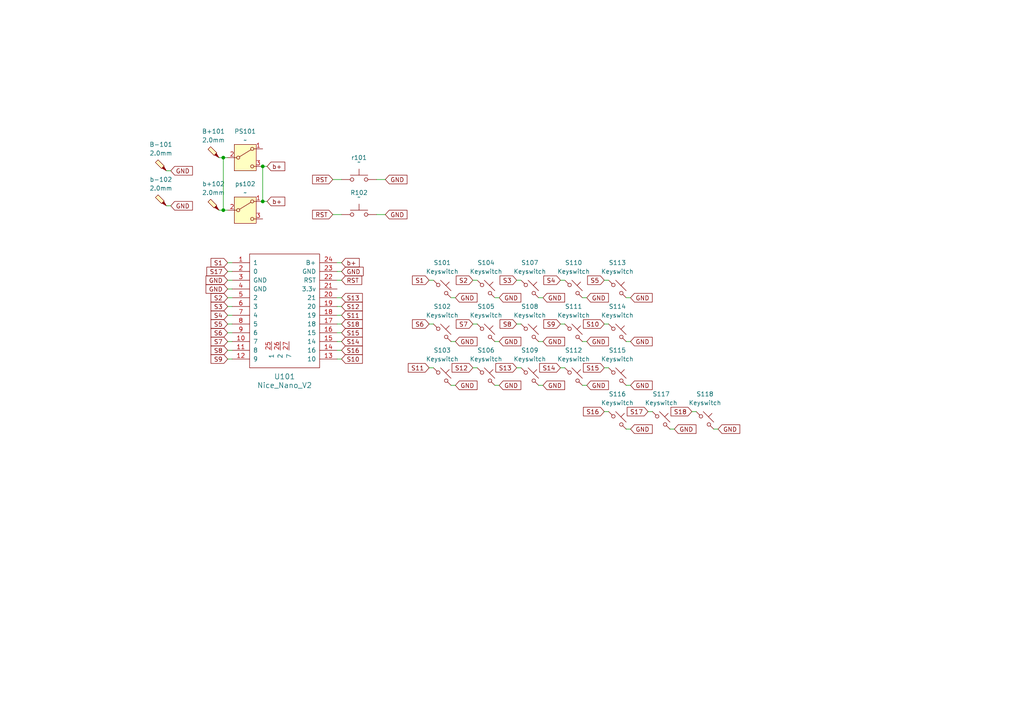
<source format=kicad_sch>
(kicad_sch
	(version 20231120)
	(generator "eeschema")
	(generator_version "8.0")
	(uuid "36145a64-2dd8-42d4-b7cc-deab02749328")
	(paper "A4")
	(lib_symbols
		(symbol "0_lpt_misc:Switch_WE_430182050816"
			(pin_numbers hide)
			(pin_names
				(offset 1.016) hide)
			(exclude_from_sim no)
			(in_bom yes)
			(on_board yes)
			(property "Reference" "SW"
				(at 1.27 2.54 0)
				(effects
					(font
						(size 1.27 1.27)
					)
					(justify left)
				)
			)
			(property "Value" "WE_430182050816"
				(at 0 -1.524 0)
				(effects
					(font
						(size 1.27 1.27)
					)
				)
			)
			(property "Footprint" "0_lpt_misc:WE_430182050816"
				(at 0 -3.81 0)
				(effects
					(font
						(size 1.27 1.27)
					)
					(hide yes)
				)
			)
			(property "Datasheet" "https://inf-git.th-rosenheim.de/kip/lpt-thro/-/blob/main/Datasheet/Miscellaneous/WE_430182050816.pdf"
				(at 0 -8.89 0)
				(effects
					(font
						(size 1.27 1.27)
					)
					(hide yes)
				)
			)
			(property "Description" "Push button switch, generic, two pins"
				(at 0 0 0)
				(effects
					(font
						(size 1.27 1.27)
					)
					(hide yes)
				)
			)
			(property "Wuerth" "430182050816"
				(at 0 -6.35 0)
				(show_name)
				(effects
					(font
						(size 1.27 1.27)
					)
					(hide yes)
				)
			)
			(property "Reichelt" "TASTER 9302"
				(at 0 -4.445 0)
				(show_name)
				(effects
					(font
						(size 1.27 1.27)
					)
					(hide yes)
				)
			)
			(property "ki_keywords" "switch normally-open pushbutton push-button"
				(at 0 0 0)
				(effects
					(font
						(size 1.27 1.27)
					)
					(hide yes)
				)
			)
			(symbol "Switch_WE_430182050816_0_1"
				(circle
					(center -2.032 0)
					(radius 0.508)
					(stroke
						(width 0)
						(type default)
					)
					(fill
						(type none)
					)
				)
				(polyline
					(pts
						(xy 0 1.27) (xy 0 3.048)
					)
					(stroke
						(width 0)
						(type default)
					)
					(fill
						(type none)
					)
				)
				(polyline
					(pts
						(xy 2.54 1.27) (xy -2.54 1.27)
					)
					(stroke
						(width 0)
						(type default)
					)
					(fill
						(type none)
					)
				)
				(circle
					(center 2.032 0)
					(radius 0.508)
					(stroke
						(width 0)
						(type default)
					)
					(fill
						(type none)
					)
				)
				(pin passive line
					(at -5.08 0 0)
					(length 2.54)
					(name "1"
						(effects
							(font
								(size 1.27 1.27)
							)
						)
					)
					(number "1"
						(effects
							(font
								(size 1.27 1.27)
							)
						)
					)
				)
				(pin passive line
					(at 5.08 0 180)
					(length 2.54)
					(name "2"
						(effects
							(font
								(size 1.27 1.27)
							)
						)
					)
					(number "2"
						(effects
							(font
								(size 1.27 1.27)
							)
						)
					)
				)
			)
		)
		(symbol "0_lpt_misc:TestPad_2.0mm"
			(pin_numbers hide)
			(pin_names
				(offset 0.762) hide)
			(exclude_from_sim no)
			(in_bom no)
			(on_board yes)
			(property "Reference" "TP"
				(at 1.651 5.842 0)
				(effects
					(font
						(size 1.27 1.27)
					)
				)
			)
			(property "Value" "2.0mm"
				(at 1.651 4.064 0)
				(effects
					(font
						(size 1.27 1.27)
					)
				)
			)
			(property "Footprint" "0_lpt_misc:TestPad_2.0mm"
				(at 0 -10.795 0)
				(effects
					(font
						(size 1.27 1.27)
					)
					(hide yes)
				)
			)
			(property "Datasheet" ""
				(at 0 -8.255 0)
				(effects
					(font
						(size 1.27 1.27)
					)
					(hide yes)
				)
			)
			(property "Description" "test point"
				(at 0 0 0)
				(effects
					(font
						(size 1.27 1.27)
					)
					(hide yes)
				)
			)
			(property "ki_keywords" "test point tp"
				(at 0 0 0)
				(effects
					(font
						(size 1.27 1.27)
					)
					(hide yes)
				)
			)
			(property "ki_fp_filters" "Pin* Test*"
				(at 0 0 0)
				(effects
					(font
						(size 1.27 1.27)
					)
					(hide yes)
				)
			)
			(symbol "TestPad_2.0mm_0_1"
				(polyline
					(pts
						(xy 1.27 0.762) (xy 0 0) (xy 0.762 1.27) (xy 1.27 0.762)
					)
					(stroke
						(width 0)
						(type default)
					)
					(fill
						(type outline)
					)
				)
				(polyline
					(pts
						(xy 1.397 0.635) (xy 0.635 1.397) (xy 2.413 3.175) (xy 3.175 2.413) (xy 1.397 0.635)
					)
					(stroke
						(width 0)
						(type default)
					)
					(fill
						(type background)
					)
				)
			)
			(symbol "TestPad_2.0mm_1_1"
				(pin passive line
					(at 0 0 90)
					(length 0)
					(name "1"
						(effects
							(font
								(size 1.27 1.27)
							)
						)
					)
					(number "1"
						(effects
							(font
								(size 1.27 1.27)
							)
						)
					)
				)
			)
		)
		(symbol "ScottoKeebs:MCU_Nice_Nano_V2"
			(pin_names
				(offset 1.016)
			)
			(exclude_from_sim no)
			(in_bom yes)
			(on_board yes)
			(property "Reference" "U"
				(at 0 0 0)
				(effects
					(font
						(size 1.524 1.524)
					)
				)
			)
			(property "Value" "Nice_Nano_V2"
				(at 0 -19.05 0)
				(effects
					(font
						(size 1.524 1.524)
					)
				)
			)
			(property "Footprint" "ScottoKeebs_MCU:Nice_Nano_V2"
				(at 0 -22.86 0)
				(effects
					(font
						(size 1.524 1.524)
					)
					(hide yes)
				)
			)
			(property "Datasheet" ""
				(at 26.67 -63.5 90)
				(effects
					(font
						(size 1.524 1.524)
					)
					(hide yes)
				)
			)
			(property "Description" ""
				(at 0 0 0)
				(effects
					(font
						(size 1.27 1.27)
					)
					(hide yes)
				)
			)
			(symbol "MCU_Nice_Nano_V2_0_1"
				(rectangle
					(start -10.16 16.51)
					(end 10.16 -16.51)
					(stroke
						(width 0)
						(type solid)
					)
					(fill
						(type none)
					)
				)
			)
			(symbol "MCU_Nice_Nano_V2_1_1"
				(pin input line
					(at -15.24 13.97 0)
					(length 5.08)
					(name "1"
						(effects
							(font
								(size 1.27 1.27)
							)
						)
					)
					(number "1"
						(effects
							(font
								(size 1.27 1.27)
							)
						)
					)
				)
				(pin input line
					(at -15.24 -8.89 0)
					(length 5.08)
					(name "7"
						(effects
							(font
								(size 1.27 1.27)
							)
						)
					)
					(number "10"
						(effects
							(font
								(size 1.27 1.27)
							)
						)
					)
				)
				(pin input line
					(at -15.24 -11.43 0)
					(length 5.08)
					(name "8"
						(effects
							(font
								(size 1.27 1.27)
							)
						)
					)
					(number "11"
						(effects
							(font
								(size 1.27 1.27)
							)
						)
					)
				)
				(pin input line
					(at -15.24 -13.97 0)
					(length 5.08)
					(name "9"
						(effects
							(font
								(size 1.27 1.27)
							)
						)
					)
					(number "12"
						(effects
							(font
								(size 1.27 1.27)
							)
						)
					)
				)
				(pin input line
					(at 15.24 -13.97 180)
					(length 5.08)
					(name "10"
						(effects
							(font
								(size 1.27 1.27)
							)
						)
					)
					(number "13"
						(effects
							(font
								(size 1.27 1.27)
							)
						)
					)
				)
				(pin input line
					(at 15.24 -11.43 180)
					(length 5.08)
					(name "16"
						(effects
							(font
								(size 1.27 1.27)
							)
						)
					)
					(number "14"
						(effects
							(font
								(size 1.27 1.27)
							)
						)
					)
				)
				(pin input line
					(at 15.24 -8.89 180)
					(length 5.08)
					(name "14"
						(effects
							(font
								(size 1.27 1.27)
							)
						)
					)
					(number "15"
						(effects
							(font
								(size 1.27 1.27)
							)
						)
					)
				)
				(pin input line
					(at 15.24 -6.35 180)
					(length 5.08)
					(name "15"
						(effects
							(font
								(size 1.27 1.27)
							)
						)
					)
					(number "16"
						(effects
							(font
								(size 1.27 1.27)
							)
						)
					)
				)
				(pin input line
					(at 15.24 -3.81 180)
					(length 5.08)
					(name "18"
						(effects
							(font
								(size 1.27 1.27)
							)
						)
					)
					(number "17"
						(effects
							(font
								(size 1.27 1.27)
							)
						)
					)
				)
				(pin input line
					(at 15.24 -1.27 180)
					(length 5.08)
					(name "19"
						(effects
							(font
								(size 1.27 1.27)
							)
						)
					)
					(number "18"
						(effects
							(font
								(size 1.27 1.27)
							)
						)
					)
				)
				(pin input line
					(at 15.24 1.27 180)
					(length 5.08)
					(name "20"
						(effects
							(font
								(size 1.27 1.27)
							)
						)
					)
					(number "19"
						(effects
							(font
								(size 1.27 1.27)
							)
						)
					)
				)
				(pin input line
					(at -15.24 11.43 0)
					(length 5.08)
					(name "0"
						(effects
							(font
								(size 1.27 1.27)
							)
						)
					)
					(number "2"
						(effects
							(font
								(size 1.27 1.27)
							)
						)
					)
				)
				(pin input line
					(at 15.24 3.81 180)
					(length 5.08)
					(name "21"
						(effects
							(font
								(size 1.27 1.27)
							)
						)
					)
					(number "20"
						(effects
							(font
								(size 1.27 1.27)
							)
						)
					)
				)
				(pin input line
					(at 15.24 6.35 180)
					(length 5.08)
					(name "3.3v"
						(effects
							(font
								(size 1.27 1.27)
							)
						)
					)
					(number "21"
						(effects
							(font
								(size 1.27 1.27)
							)
						)
					)
				)
				(pin input line
					(at 15.24 8.89 180)
					(length 5.08)
					(name "RST"
						(effects
							(font
								(size 1.27 1.27)
							)
						)
					)
					(number "22"
						(effects
							(font
								(size 1.27 1.27)
							)
						)
					)
				)
				(pin input line
					(at 15.24 11.43 180)
					(length 5.08)
					(name "GND"
						(effects
							(font
								(size 1.27 1.27)
							)
						)
					)
					(number "23"
						(effects
							(font
								(size 1.27 1.27)
							)
						)
					)
				)
				(pin input line
					(at 15.24 13.97 180)
					(length 5.08)
					(name "B+"
						(effects
							(font
								(size 1.27 1.27)
							)
						)
					)
					(number "24"
						(effects
							(font
								(size 1.27 1.27)
							)
						)
					)
				)
				(pin input line
					(at -3.81 -8.89 270)
					(length 2.5)
					(name "1"
						(effects
							(font
								(size 1.27 1.27)
							)
						)
					)
					(number "25"
						(effects
							(font
								(size 1.27 1.27)
							)
						)
					)
				)
				(pin input line
					(at -1.27 -8.89 270)
					(length 2.5)
					(name "2"
						(effects
							(font
								(size 1.27 1.27)
							)
						)
					)
					(number "26"
						(effects
							(font
								(size 1.27 1.27)
							)
						)
					)
				)
				(pin input line
					(at 1.27 -8.89 270)
					(length 2.5)
					(name "7"
						(effects
							(font
								(size 1.27 1.27)
							)
						)
					)
					(number "27"
						(effects
							(font
								(size 1.27 1.27)
							)
						)
					)
				)
				(pin input line
					(at -15.24 8.89 0)
					(length 5.08)
					(name "GND"
						(effects
							(font
								(size 1.27 1.27)
							)
						)
					)
					(number "3"
						(effects
							(font
								(size 1.27 1.27)
							)
						)
					)
				)
				(pin input line
					(at -15.24 6.35 0)
					(length 5.08)
					(name "GND"
						(effects
							(font
								(size 1.27 1.27)
							)
						)
					)
					(number "4"
						(effects
							(font
								(size 1.27 1.27)
							)
						)
					)
				)
				(pin input line
					(at -15.24 3.81 0)
					(length 5.08)
					(name "2"
						(effects
							(font
								(size 1.27 1.27)
							)
						)
					)
					(number "5"
						(effects
							(font
								(size 1.27 1.27)
							)
						)
					)
				)
				(pin input line
					(at -15.24 1.27 0)
					(length 5.08)
					(name "3"
						(effects
							(font
								(size 1.27 1.27)
							)
						)
					)
					(number "6"
						(effects
							(font
								(size 1.27 1.27)
							)
						)
					)
				)
				(pin input line
					(at -15.24 -1.27 0)
					(length 5.08)
					(name "4"
						(effects
							(font
								(size 1.27 1.27)
							)
						)
					)
					(number "7"
						(effects
							(font
								(size 1.27 1.27)
							)
						)
					)
				)
				(pin input line
					(at -15.24 -3.81 0)
					(length 5.08)
					(name "5"
						(effects
							(font
								(size 1.27 1.27)
							)
						)
					)
					(number "8"
						(effects
							(font
								(size 1.27 1.27)
							)
						)
					)
				)
				(pin input line
					(at -15.24 -6.35 0)
					(length 5.08)
					(name "6"
						(effects
							(font
								(size 1.27 1.27)
							)
						)
					)
					(number "9"
						(effects
							(font
								(size 1.27 1.27)
							)
						)
					)
				)
			)
		)
		(symbol "ScottoKeebs:Placeholder_Keyswitch"
			(pin_numbers hide)
			(pin_names
				(offset 1.016) hide)
			(exclude_from_sim no)
			(in_bom yes)
			(on_board yes)
			(property "Reference" "S"
				(at 3.048 1.016 0)
				(effects
					(font
						(size 1.27 1.27)
					)
					(justify left)
				)
			)
			(property "Value" "Keyswitch"
				(at 0 -3.81 0)
				(effects
					(font
						(size 1.27 1.27)
					)
				)
			)
			(property "Footprint" ""
				(at 0 0 0)
				(effects
					(font
						(size 1.27 1.27)
					)
					(hide yes)
				)
			)
			(property "Datasheet" "~"
				(at 0 0 0)
				(effects
					(font
						(size 1.27 1.27)
					)
					(hide yes)
				)
			)
			(property "Description" "Push button switch, normally open, two pins, 45° tilted"
				(at 0 0 0)
				(effects
					(font
						(size 1.27 1.27)
					)
					(hide yes)
				)
			)
			(property "ki_keywords" "switch normally-open pushbutton push-button"
				(at 0 0 0)
				(effects
					(font
						(size 1.27 1.27)
					)
					(hide yes)
				)
			)
			(symbol "Placeholder_Keyswitch_0_1"
				(circle
					(center -1.1684 1.1684)
					(radius 0.508)
					(stroke
						(width 0)
						(type default)
					)
					(fill
						(type none)
					)
				)
				(polyline
					(pts
						(xy -0.508 2.54) (xy 2.54 -0.508)
					)
					(stroke
						(width 0)
						(type default)
					)
					(fill
						(type none)
					)
				)
				(polyline
					(pts
						(xy 1.016 1.016) (xy 2.032 2.032)
					)
					(stroke
						(width 0)
						(type default)
					)
					(fill
						(type none)
					)
				)
				(polyline
					(pts
						(xy -2.54 2.54) (xy -1.524 1.524) (xy -1.524 1.524)
					)
					(stroke
						(width 0)
						(type default)
					)
					(fill
						(type none)
					)
				)
				(polyline
					(pts
						(xy 1.524 -1.524) (xy 2.54 -2.54) (xy 2.54 -2.54) (xy 2.54 -2.54)
					)
					(stroke
						(width 0)
						(type default)
					)
					(fill
						(type none)
					)
				)
				(circle
					(center 1.143 -1.1938)
					(radius 0.508)
					(stroke
						(width 0)
						(type default)
					)
					(fill
						(type none)
					)
				)
				(pin passive line
					(at -2.54 2.54 0)
					(length 0)
					(name "1"
						(effects
							(font
								(size 1.27 1.27)
							)
						)
					)
					(number "1"
						(effects
							(font
								(size 1.27 1.27)
							)
						)
					)
				)
				(pin passive line
					(at 2.54 -2.54 180)
					(length 0)
					(name "2"
						(effects
							(font
								(size 1.27 1.27)
							)
						)
					)
					(number "2"
						(effects
							(font
								(size 1.27 1.27)
							)
						)
					)
				)
			)
		)
		(symbol "Switch:SW_SPDT"
			(pin_names
				(offset 0) hide)
			(exclude_from_sim no)
			(in_bom yes)
			(on_board yes)
			(property "Reference" "SW"
				(at 0 5.08 0)
				(effects
					(font
						(size 1.27 1.27)
					)
				)
			)
			(property "Value" "SW_SPDT"
				(at 0 -5.08 0)
				(effects
					(font
						(size 1.27 1.27)
					)
				)
			)
			(property "Footprint" ""
				(at 0 0 0)
				(effects
					(font
						(size 1.27 1.27)
					)
					(hide yes)
				)
			)
			(property "Datasheet" "~"
				(at 0 -7.62 0)
				(effects
					(font
						(size 1.27 1.27)
					)
					(hide yes)
				)
			)
			(property "Description" "Switch, single pole double throw"
				(at 0 0 0)
				(effects
					(font
						(size 1.27 1.27)
					)
					(hide yes)
				)
			)
			(property "ki_keywords" "switch single-pole double-throw spdt ON-ON"
				(at 0 0 0)
				(effects
					(font
						(size 1.27 1.27)
					)
					(hide yes)
				)
			)
			(symbol "SW_SPDT_0_1"
				(circle
					(center -2.032 0)
					(radius 0.4572)
					(stroke
						(width 0)
						(type default)
					)
					(fill
						(type none)
					)
				)
				(polyline
					(pts
						(xy -1.651 0.254) (xy 1.651 2.286)
					)
					(stroke
						(width 0)
						(type default)
					)
					(fill
						(type none)
					)
				)
				(circle
					(center 2.032 -2.54)
					(radius 0.4572)
					(stroke
						(width 0)
						(type default)
					)
					(fill
						(type none)
					)
				)
				(circle
					(center 2.032 2.54)
					(radius 0.4572)
					(stroke
						(width 0)
						(type default)
					)
					(fill
						(type none)
					)
				)
			)
			(symbol "SW_SPDT_1_1"
				(rectangle
					(start -3.175 3.81)
					(end 3.175 -3.81)
					(stroke
						(width 0)
						(type default)
					)
					(fill
						(type background)
					)
				)
				(pin passive line
					(at 5.08 2.54 180)
					(length 2.54)
					(name "A"
						(effects
							(font
								(size 1.27 1.27)
							)
						)
					)
					(number "1"
						(effects
							(font
								(size 1.27 1.27)
							)
						)
					)
				)
				(pin passive line
					(at -5.08 0 0)
					(length 2.54)
					(name "B"
						(effects
							(font
								(size 1.27 1.27)
							)
						)
					)
					(number "2"
						(effects
							(font
								(size 1.27 1.27)
							)
						)
					)
				)
				(pin passive line
					(at 5.08 -2.54 180)
					(length 2.54)
					(name "C"
						(effects
							(font
								(size 1.27 1.27)
							)
						)
					)
					(number "3"
						(effects
							(font
								(size 1.27 1.27)
							)
						)
					)
				)
			)
		)
	)
	(junction
		(at 76.2 48.26)
		(diameter 0)
		(color 0 0 0 0)
		(uuid "3ec04b2c-4792-4968-add9-0171df4048b9")
	)
	(junction
		(at 64.77 60.96)
		(diameter 0)
		(color 0 0 0 0)
		(uuid "50b0ef3d-2ccd-479f-9da8-ca43c78b419f")
	)
	(junction
		(at 64.77 45.72)
		(diameter 0)
		(color 0 0 0 0)
		(uuid "8cd4ee85-2ff8-4ac1-9f0e-d489dd2c3f49")
	)
	(junction
		(at 76.2 58.42)
		(diameter 0)
		(color 0 0 0 0)
		(uuid "a08bb9ff-8b13-45a5-badb-e64fcf698409")
	)
	(wire
		(pts
			(xy 175.26 93.98) (xy 176.53 93.98)
		)
		(stroke
			(width 0)
			(type default)
		)
		(uuid "02f7a2d6-b353-4931-a504-e7a9b2d8d4c4")
	)
	(wire
		(pts
			(xy 97.79 96.52) (xy 99.06 96.52)
		)
		(stroke
			(width 0)
			(type default)
		)
		(uuid "03d361ed-92cc-4222-b0ef-9bb1d0d6a827")
	)
	(wire
		(pts
			(xy 76.2 48.26) (xy 76.2 58.42)
		)
		(stroke
			(width 0)
			(type default)
		)
		(uuid "05ec2668-470d-42fb-8b69-3eb5a2e52f82")
	)
	(wire
		(pts
			(xy 124.46 93.98) (xy 125.73 93.98)
		)
		(stroke
			(width 0)
			(type default)
		)
		(uuid "09ee360b-935f-49de-a156-b5aa72bc7c52")
	)
	(wire
		(pts
			(xy 130.81 86.36) (xy 132.08 86.36)
		)
		(stroke
			(width 0)
			(type default)
		)
		(uuid "0a3ec553-85a3-4c8e-afff-6f616048cb3a")
	)
	(wire
		(pts
			(xy 97.79 76.2) (xy 99.06 76.2)
		)
		(stroke
			(width 0)
			(type default)
		)
		(uuid "0f613279-af45-424d-afaf-83fbaac74654")
	)
	(wire
		(pts
			(xy 97.79 104.14) (xy 99.06 104.14)
		)
		(stroke
			(width 0)
			(type default)
		)
		(uuid "0f618b74-e8cb-4bb8-885f-5970e88c3b71")
	)
	(wire
		(pts
			(xy 48.26 59.69) (xy 49.53 59.69)
		)
		(stroke
			(width 0)
			(type default)
		)
		(uuid "153cef38-4bce-449a-889b-cfaeb3007353")
	)
	(wire
		(pts
			(xy 66.04 88.9) (xy 67.31 88.9)
		)
		(stroke
			(width 0)
			(type default)
		)
		(uuid "1580f856-693b-4a23-86c6-2abbcfaa0316")
	)
	(wire
		(pts
			(xy 64.77 60.96) (xy 66.04 60.96)
		)
		(stroke
			(width 0)
			(type default)
		)
		(uuid "162a20a9-3316-40f9-8ee7-768295426e4c")
	)
	(wire
		(pts
			(xy 143.51 86.36) (xy 144.78 86.36)
		)
		(stroke
			(width 0)
			(type default)
		)
		(uuid "18c55fcc-5edb-425e-a757-9f2cdef41c91")
	)
	(wire
		(pts
			(xy 200.66 119.38) (xy 201.93 119.38)
		)
		(stroke
			(width 0)
			(type default)
		)
		(uuid "1ac73c26-4032-4ebd-a1a7-7960f6a22c72")
	)
	(wire
		(pts
			(xy 175.26 119.38) (xy 176.53 119.38)
		)
		(stroke
			(width 0)
			(type default)
		)
		(uuid "1b3aa7f4-9e2f-482d-9007-6f930592c05c")
	)
	(wire
		(pts
			(xy 156.21 111.76) (xy 157.48 111.76)
		)
		(stroke
			(width 0)
			(type default)
		)
		(uuid "1bb4b74c-a216-4edc-a96b-08dfb0ead041")
	)
	(wire
		(pts
			(xy 66.04 76.2) (xy 67.31 76.2)
		)
		(stroke
			(width 0)
			(type default)
		)
		(uuid "1be5bafa-0fb3-42d0-b36c-24b8b8b4c2a4")
	)
	(wire
		(pts
			(xy 168.91 99.06) (xy 170.18 99.06)
		)
		(stroke
			(width 0)
			(type default)
		)
		(uuid "1c708e01-e11b-4a9a-b273-a2aa0fd96187")
	)
	(wire
		(pts
			(xy 66.04 104.14) (xy 67.31 104.14)
		)
		(stroke
			(width 0)
			(type default)
		)
		(uuid "1ce59f9d-17b1-4e3c-9b79-fe4149cce25e")
	)
	(wire
		(pts
			(xy 149.86 106.68) (xy 151.13 106.68)
		)
		(stroke
			(width 0)
			(type default)
		)
		(uuid "287bee58-238d-4892-b4b3-f9b26f3167dd")
	)
	(wire
		(pts
			(xy 96.52 62.23) (xy 99.06 62.23)
		)
		(stroke
			(width 0)
			(type default)
		)
		(uuid "2bd2a545-42f4-415f-9420-f288800e5f94")
	)
	(wire
		(pts
			(xy 66.04 91.44) (xy 67.31 91.44)
		)
		(stroke
			(width 0)
			(type default)
		)
		(uuid "30fba808-8c47-452b-8e6b-b5835cbcc828")
	)
	(wire
		(pts
			(xy 96.52 52.07) (xy 99.06 52.07)
		)
		(stroke
			(width 0)
			(type default)
		)
		(uuid "34434a83-8ebe-43f3-abc8-ba2f75c3260e")
	)
	(wire
		(pts
			(xy 137.16 106.68) (xy 138.43 106.68)
		)
		(stroke
			(width 0)
			(type default)
		)
		(uuid "3a07a4d6-bedb-4e4f-882c-79b7a261db41")
	)
	(wire
		(pts
			(xy 187.96 119.38) (xy 189.23 119.38)
		)
		(stroke
			(width 0)
			(type default)
		)
		(uuid "3fdf1a03-466b-4a5b-8de7-8e566efd8f08")
	)
	(wire
		(pts
			(xy 66.04 86.36) (xy 67.31 86.36)
		)
		(stroke
			(width 0)
			(type default)
		)
		(uuid "40b89f07-f8c6-4594-9260-b66108a8fd2b")
	)
	(wire
		(pts
			(xy 66.04 99.06) (xy 67.31 99.06)
		)
		(stroke
			(width 0)
			(type default)
		)
		(uuid "421589a5-df9a-432d-860e-b2f1f2ecdf01")
	)
	(wire
		(pts
			(xy 109.22 52.07) (xy 111.76 52.07)
		)
		(stroke
			(width 0)
			(type default)
		)
		(uuid "42931812-d1d2-4af9-9845-e9a27e849336")
	)
	(wire
		(pts
			(xy 66.04 81.28) (xy 67.31 81.28)
		)
		(stroke
			(width 0)
			(type default)
		)
		(uuid "477eecf1-e440-4619-b12d-dbf5c9e548a9")
	)
	(wire
		(pts
			(xy 97.79 81.28) (xy 99.06 81.28)
		)
		(stroke
			(width 0)
			(type default)
		)
		(uuid "486972df-dc69-4d26-921c-29e06c701be0")
	)
	(wire
		(pts
			(xy 137.16 81.28) (xy 138.43 81.28)
		)
		(stroke
			(width 0)
			(type default)
		)
		(uuid "4b907393-6320-4876-b550-3d258cced3e6")
	)
	(wire
		(pts
			(xy 97.79 93.98) (xy 99.06 93.98)
		)
		(stroke
			(width 0)
			(type default)
		)
		(uuid "4e498393-9c02-4e36-a756-d170a697b3df")
	)
	(wire
		(pts
			(xy 97.79 86.36) (xy 99.06 86.36)
		)
		(stroke
			(width 0)
			(type default)
		)
		(uuid "51931bd7-a13b-49ea-8410-a6e2f1b75be6")
	)
	(wire
		(pts
			(xy 149.86 81.28) (xy 151.13 81.28)
		)
		(stroke
			(width 0)
			(type default)
		)
		(uuid "52dd3a49-1384-4780-b247-0a547e4b55f9")
	)
	(wire
		(pts
			(xy 175.26 106.68) (xy 176.53 106.68)
		)
		(stroke
			(width 0)
			(type default)
		)
		(uuid "577980b7-96e8-4450-9087-9a96778bc9cd")
	)
	(wire
		(pts
			(xy 181.61 86.36) (xy 182.88 86.36)
		)
		(stroke
			(width 0)
			(type default)
		)
		(uuid "5d2619cf-93e6-44a5-aefe-712959202cfd")
	)
	(wire
		(pts
			(xy 97.79 99.06) (xy 99.06 99.06)
		)
		(stroke
			(width 0)
			(type default)
		)
		(uuid "60e31ab9-1d9e-4d12-9777-ca1d9faa4d9c")
	)
	(wire
		(pts
			(xy 181.61 124.46) (xy 182.88 124.46)
		)
		(stroke
			(width 0)
			(type default)
		)
		(uuid "63a0a644-a5dc-4522-89eb-f2612f41ce0b")
	)
	(wire
		(pts
			(xy 97.79 88.9) (xy 99.06 88.9)
		)
		(stroke
			(width 0)
			(type default)
		)
		(uuid "68ff5b12-5a78-452e-a53d-7908158dd756")
	)
	(wire
		(pts
			(xy 168.91 111.76) (xy 170.18 111.76)
		)
		(stroke
			(width 0)
			(type default)
		)
		(uuid "6a802b17-2b6f-45f5-baee-b2383dd04204")
	)
	(wire
		(pts
			(xy 156.21 99.06) (xy 157.48 99.06)
		)
		(stroke
			(width 0)
			(type default)
		)
		(uuid "6ffa4bec-005f-4ac5-9607-1b2f6462e956")
	)
	(wire
		(pts
			(xy 162.56 93.98) (xy 163.83 93.98)
		)
		(stroke
			(width 0)
			(type default)
		)
		(uuid "71828f27-2852-403b-b418-dfb9fa7098be")
	)
	(wire
		(pts
			(xy 66.04 78.74) (xy 67.31 78.74)
		)
		(stroke
			(width 0)
			(type default)
		)
		(uuid "735b36d2-9521-4710-8002-e383f5a2babf")
	)
	(wire
		(pts
			(xy 162.56 81.28) (xy 163.83 81.28)
		)
		(stroke
			(width 0)
			(type default)
		)
		(uuid "8188600e-681b-4d83-9a8d-bf4b8465f6a2")
	)
	(wire
		(pts
			(xy 149.86 93.98) (xy 151.13 93.98)
		)
		(stroke
			(width 0)
			(type default)
		)
		(uuid "86c45210-f94b-4cf1-80ce-b8273c8d74ca")
	)
	(wire
		(pts
			(xy 48.26 49.53) (xy 49.53 49.53)
		)
		(stroke
			(width 0)
			(type default)
		)
		(uuid "8702bbd8-0188-47a1-8dcf-669643789861")
	)
	(wire
		(pts
			(xy 162.56 106.68) (xy 163.83 106.68)
		)
		(stroke
			(width 0)
			(type default)
		)
		(uuid "881b7d4e-c0c7-4fc9-a678-409487be6a20")
	)
	(wire
		(pts
			(xy 130.81 111.76) (xy 132.08 111.76)
		)
		(stroke
			(width 0)
			(type default)
		)
		(uuid "8fda9a32-b0f6-40a7-b118-9021580605a6")
	)
	(wire
		(pts
			(xy 124.46 81.28) (xy 125.73 81.28)
		)
		(stroke
			(width 0)
			(type default)
		)
		(uuid "967e2755-4729-429a-8bd0-ee41cb5b86d4")
	)
	(wire
		(pts
			(xy 76.2 58.42) (xy 77.47 58.42)
		)
		(stroke
			(width 0)
			(type default)
		)
		(uuid "9e14c008-7aa3-4737-ba6c-e86288cda752")
	)
	(wire
		(pts
			(xy 194.31 124.46) (xy 195.58 124.46)
		)
		(stroke
			(width 0)
			(type default)
		)
		(uuid "a0825036-a0cb-4ea6-a19d-ccc6e6e68804")
	)
	(wire
		(pts
			(xy 207.01 124.46) (xy 208.28 124.46)
		)
		(stroke
			(width 0)
			(type default)
		)
		(uuid "a81ada7b-2d95-4551-908e-b0375046eafe")
	)
	(wire
		(pts
			(xy 130.81 99.06) (xy 132.08 99.06)
		)
		(stroke
			(width 0)
			(type default)
		)
		(uuid "ab5dece6-a98c-4201-9bc9-79f3e10c51e0")
	)
	(wire
		(pts
			(xy 66.04 83.82) (xy 67.31 83.82)
		)
		(stroke
			(width 0)
			(type default)
		)
		(uuid "b121f5f1-25ca-4075-80d7-9b5f63b1170b")
	)
	(wire
		(pts
			(xy 66.04 93.98) (xy 67.31 93.98)
		)
		(stroke
			(width 0)
			(type default)
		)
		(uuid "b8271f63-d8c3-4610-a099-43b43f95b74f")
	)
	(wire
		(pts
			(xy 64.77 45.72) (xy 64.77 60.96)
		)
		(stroke
			(width 0)
			(type default)
		)
		(uuid "bab39c1e-f570-4869-b7ce-3c49e5d3351e")
	)
	(wire
		(pts
			(xy 124.46 106.68) (xy 125.73 106.68)
		)
		(stroke
			(width 0)
			(type default)
		)
		(uuid "bed6c398-b079-432d-8c05-f4b448ac4126")
	)
	(wire
		(pts
			(xy 63.5 45.72) (xy 64.77 45.72)
		)
		(stroke
			(width 0)
			(type default)
		)
		(uuid "c50f67c3-edbf-4023-88b1-187f4dfd2826")
	)
	(wire
		(pts
			(xy 181.61 99.06) (xy 182.88 99.06)
		)
		(stroke
			(width 0)
			(type default)
		)
		(uuid "cb012271-7c38-45ee-a17a-e41a2ac1b0fd")
	)
	(wire
		(pts
			(xy 156.21 86.36) (xy 157.48 86.36)
		)
		(stroke
			(width 0)
			(type default)
		)
		(uuid "cdc9e09d-1ac5-476f-8b75-c3c9d361d7ea")
	)
	(wire
		(pts
			(xy 181.61 111.76) (xy 182.88 111.76)
		)
		(stroke
			(width 0)
			(type default)
		)
		(uuid "cea507f7-a992-4fdf-a445-e1d4ef3300e3")
	)
	(wire
		(pts
			(xy 66.04 96.52) (xy 67.31 96.52)
		)
		(stroke
			(width 0)
			(type default)
		)
		(uuid "d2686b8a-80a9-4182-8de8-e6e4592fe7ff")
	)
	(wire
		(pts
			(xy 97.79 91.44) (xy 99.06 91.44)
		)
		(stroke
			(width 0)
			(type default)
		)
		(uuid "d42d31a5-2e0e-4845-bd7b-9656133e6001")
	)
	(wire
		(pts
			(xy 66.04 101.6) (xy 67.31 101.6)
		)
		(stroke
			(width 0)
			(type default)
		)
		(uuid "d705d4e3-a026-4ca0-a2f6-97ba68457848")
	)
	(wire
		(pts
			(xy 175.26 81.28) (xy 176.53 81.28)
		)
		(stroke
			(width 0)
			(type default)
		)
		(uuid "d9de26a3-8a03-4474-868b-750387ca83f7")
	)
	(wire
		(pts
			(xy 97.79 78.74) (xy 99.06 78.74)
		)
		(stroke
			(width 0)
			(type default)
		)
		(uuid "dea10d86-7965-49bb-b9e4-047c5cf65fa0")
	)
	(wire
		(pts
			(xy 76.2 48.26) (xy 77.47 48.26)
		)
		(stroke
			(width 0)
			(type default)
		)
		(uuid "df221d57-737c-4f7f-a557-e1ce44ede8d6")
	)
	(wire
		(pts
			(xy 109.22 62.23) (xy 111.76 62.23)
		)
		(stroke
			(width 0)
			(type default)
		)
		(uuid "e1c8c097-4d48-426a-88f5-e097568376c9")
	)
	(wire
		(pts
			(xy 143.51 111.76) (xy 144.78 111.76)
		)
		(stroke
			(width 0)
			(type default)
		)
		(uuid "e6938d52-6333-4cbb-b30c-67faf24334da")
	)
	(wire
		(pts
			(xy 137.16 93.98) (xy 138.43 93.98)
		)
		(stroke
			(width 0)
			(type default)
		)
		(uuid "ee4bc04c-9a27-488b-89a0-2aca4cd52b6f")
	)
	(wire
		(pts
			(xy 63.5 60.96) (xy 64.77 60.96)
		)
		(stroke
			(width 0)
			(type default)
		)
		(uuid "f0435497-25ea-46de-b0f7-4917c7f3fb17")
	)
	(wire
		(pts
			(xy 97.79 101.6) (xy 99.06 101.6)
		)
		(stroke
			(width 0)
			(type default)
		)
		(uuid "f5ccf3f2-2ed3-4d37-aa44-e36b6cac7850")
	)
	(wire
		(pts
			(xy 168.91 86.36) (xy 170.18 86.36)
		)
		(stroke
			(width 0)
			(type default)
		)
		(uuid "f833c5e5-7b5d-474b-b3b8-3a50d5ac7cfb")
	)
	(wire
		(pts
			(xy 143.51 99.06) (xy 144.78 99.06)
		)
		(stroke
			(width 0)
			(type default)
		)
		(uuid "fca537c6-01ac-42e0-9112-91a1ba9bb022")
	)
	(wire
		(pts
			(xy 64.77 45.72) (xy 66.04 45.72)
		)
		(stroke
			(width 0)
			(type default)
		)
		(uuid "fe45cb95-6717-4fc7-8b73-eeb8b76e9c78")
	)
	(global_label "S17"
		(shape input)
		(at 187.96 119.38 180)
		(fields_autoplaced yes)
		(effects
			(font
				(size 1.27 1.27)
			)
			(justify right)
		)
		(uuid "06d586d1-6dc1-4f39-9a8a-d63bd34058df")
		(property "Intersheetrefs" "${INTERSHEET_REFS}"
			(at 181.3463 119.38 0)
			(effects
				(font
					(size 1.27 1.27)
				)
				(justify right)
				(hide yes)
			)
		)
	)
	(global_label "GND"
		(shape input)
		(at 49.53 59.69 0)
		(fields_autoplaced yes)
		(effects
			(font
				(size 1.27 1.27)
			)
			(justify left)
		)
		(uuid "153137bc-de80-4e47-981f-55dccd40ae19")
		(property "Intersheetrefs" "${INTERSHEET_REFS}"
			(at 56.3857 59.69 0)
			(effects
				(font
					(size 1.27 1.27)
				)
				(justify left)
				(hide yes)
			)
		)
	)
	(global_label "GND"
		(shape input)
		(at 49.53 49.53 0)
		(fields_autoplaced yes)
		(effects
			(font
				(size 1.27 1.27)
			)
			(justify left)
		)
		(uuid "19a9773c-3210-44f2-a971-659960542d70")
		(property "Intersheetrefs" "${INTERSHEET_REFS}"
			(at 56.3857 49.53 0)
			(effects
				(font
					(size 1.27 1.27)
				)
				(justify left)
				(hide yes)
			)
		)
	)
	(global_label "GND"
		(shape input)
		(at 182.88 124.46 0)
		(fields_autoplaced yes)
		(effects
			(font
				(size 1.27 1.27)
			)
			(justify left)
		)
		(uuid "1e9f1cef-e836-466f-8ae1-5c0c9608bb1c")
		(property "Intersheetrefs" "${INTERSHEET_REFS}"
			(at 189.7357 124.46 0)
			(effects
				(font
					(size 1.27 1.27)
				)
				(justify left)
				(hide yes)
			)
		)
	)
	(global_label "GND"
		(shape input)
		(at 157.48 86.36 0)
		(fields_autoplaced yes)
		(effects
			(font
				(size 1.27 1.27)
			)
			(justify left)
		)
		(uuid "218ff13e-e39f-416e-9d62-6d99f9c7b26b")
		(property "Intersheetrefs" "${INTERSHEET_REFS}"
			(at 164.3357 86.36 0)
			(effects
				(font
					(size 1.27 1.27)
				)
				(justify left)
				(hide yes)
			)
		)
	)
	(global_label "S12"
		(shape input)
		(at 137.16 106.68 180)
		(fields_autoplaced yes)
		(effects
			(font
				(size 1.27 1.27)
			)
			(justify right)
		)
		(uuid "2774f2ed-6864-4acd-b4a0-913813179a0e")
		(property "Intersheetrefs" "${INTERSHEET_REFS}"
			(at 130.5463 106.68 0)
			(effects
				(font
					(size 1.27 1.27)
				)
				(justify right)
				(hide yes)
			)
		)
	)
	(global_label "S12"
		(shape input)
		(at 99.06 88.9 0)
		(fields_autoplaced yes)
		(effects
			(font
				(size 1.27 1.27)
			)
			(justify left)
		)
		(uuid "29febd82-a987-4b42-95ad-06cc7d1266e2")
		(property "Intersheetrefs" "${INTERSHEET_REFS}"
			(at 105.6737 88.9 0)
			(effects
				(font
					(size 1.27 1.27)
				)
				(justify left)
				(hide yes)
			)
		)
	)
	(global_label "GND"
		(shape input)
		(at 157.48 99.06 0)
		(fields_autoplaced yes)
		(effects
			(font
				(size 1.27 1.27)
			)
			(justify left)
		)
		(uuid "2e6405e3-e928-46df-9b7a-d4ed76a180a2")
		(property "Intersheetrefs" "${INTERSHEET_REFS}"
			(at 164.3357 99.06 0)
			(effects
				(font
					(size 1.27 1.27)
				)
				(justify left)
				(hide yes)
			)
		)
	)
	(global_label "S9"
		(shape input)
		(at 66.04 104.14 180)
		(fields_autoplaced yes)
		(effects
			(font
				(size 1.27 1.27)
			)
			(justify right)
		)
		(uuid "319c4f7f-cfe2-4678-bff4-bcc653475ca3")
		(property "Intersheetrefs" "${INTERSHEET_REFS}"
			(at 60.6358 104.14 0)
			(effects
				(font
					(size 1.27 1.27)
				)
				(justify right)
				(hide yes)
			)
		)
	)
	(global_label "GND"
		(shape input)
		(at 182.88 86.36 0)
		(fields_autoplaced yes)
		(effects
			(font
				(size 1.27 1.27)
			)
			(justify left)
		)
		(uuid "34a1c44d-1c61-49a2-88a7-01d8050a054b")
		(property "Intersheetrefs" "${INTERSHEET_REFS}"
			(at 189.7357 86.36 0)
			(effects
				(font
					(size 1.27 1.27)
				)
				(justify left)
				(hide yes)
			)
		)
	)
	(global_label "S9"
		(shape input)
		(at 162.56 93.98 180)
		(fields_autoplaced yes)
		(effects
			(font
				(size 1.27 1.27)
			)
			(justify right)
		)
		(uuid "3e7a037f-bdc0-4117-bc7b-bb6a2008cb67")
		(property "Intersheetrefs" "${INTERSHEET_REFS}"
			(at 157.1558 93.98 0)
			(effects
				(font
					(size 1.27 1.27)
				)
				(justify right)
				(hide yes)
			)
		)
	)
	(global_label "GND"
		(shape input)
		(at 208.28 124.46 0)
		(fields_autoplaced yes)
		(effects
			(font
				(size 1.27 1.27)
			)
			(justify left)
		)
		(uuid "3f5e1af8-48c4-4b55-a911-07aa1ca89f09")
		(property "Intersheetrefs" "${INTERSHEET_REFS}"
			(at 215.1357 124.46 0)
			(effects
				(font
					(size 1.27 1.27)
				)
				(justify left)
				(hide yes)
			)
		)
	)
	(global_label "GND"
		(shape input)
		(at 111.76 52.07 0)
		(fields_autoplaced yes)
		(effects
			(font
				(size 1.27 1.27)
			)
			(justify left)
		)
		(uuid "40d6ed57-b9a4-434f-a880-764074229c6e")
		(property "Intersheetrefs" "${INTERSHEET_REFS}"
			(at 118.6157 52.07 0)
			(effects
				(font
					(size 1.27 1.27)
				)
				(justify left)
				(hide yes)
			)
		)
	)
	(global_label "S11"
		(shape input)
		(at 99.06 91.44 0)
		(fields_autoplaced yes)
		(effects
			(font
				(size 1.27 1.27)
			)
			(justify left)
		)
		(uuid "44bf18fa-7743-4dc7-a6d8-bd09568c8303")
		(property "Intersheetrefs" "${INTERSHEET_REFS}"
			(at 105.6737 91.44 0)
			(effects
				(font
					(size 1.27 1.27)
				)
				(justify left)
				(hide yes)
			)
		)
	)
	(global_label "S5"
		(shape input)
		(at 66.04 93.98 180)
		(fields_autoplaced yes)
		(effects
			(font
				(size 1.27 1.27)
			)
			(justify right)
		)
		(uuid "4db39859-3fef-462f-a4bb-bbac02c3ae02")
		(property "Intersheetrefs" "${INTERSHEET_REFS}"
			(at 60.6358 93.98 0)
			(effects
				(font
					(size 1.27 1.27)
				)
				(justify right)
				(hide yes)
			)
		)
	)
	(global_label "S6"
		(shape input)
		(at 66.04 96.52 180)
		(fields_autoplaced yes)
		(effects
			(font
				(size 1.27 1.27)
			)
			(justify right)
		)
		(uuid "5c40dfa8-7f37-43ae-9052-322410cbccfb")
		(property "Intersheetrefs" "${INTERSHEET_REFS}"
			(at 60.6358 96.52 0)
			(effects
				(font
					(size 1.27 1.27)
				)
				(justify right)
				(hide yes)
			)
		)
	)
	(global_label "GND"
		(shape input)
		(at 144.78 86.36 0)
		(fields_autoplaced yes)
		(effects
			(font
				(size 1.27 1.27)
			)
			(justify left)
		)
		(uuid "5df23e5f-2a34-4322-a88b-c2ed34f8ccbc")
		(property "Intersheetrefs" "${INTERSHEET_REFS}"
			(at 151.6357 86.36 0)
			(effects
				(font
					(size 1.27 1.27)
				)
				(justify left)
				(hide yes)
			)
		)
	)
	(global_label "GND"
		(shape input)
		(at 132.08 111.76 0)
		(fields_autoplaced yes)
		(effects
			(font
				(size 1.27 1.27)
			)
			(justify left)
		)
		(uuid "64232b0f-e021-4cfc-8ca4-0d1e8ae87b44")
		(property "Intersheetrefs" "${INTERSHEET_REFS}"
			(at 138.9357 111.76 0)
			(effects
				(font
					(size 1.27 1.27)
				)
				(justify left)
				(hide yes)
			)
		)
	)
	(global_label "GND"
		(shape input)
		(at 170.18 111.76 0)
		(fields_autoplaced yes)
		(effects
			(font
				(size 1.27 1.27)
			)
			(justify left)
		)
		(uuid "694a75d5-1f52-4a6b-b3c6-b06e3f43665f")
		(property "Intersheetrefs" "${INTERSHEET_REFS}"
			(at 177.0357 111.76 0)
			(effects
				(font
					(size 1.27 1.27)
				)
				(justify left)
				(hide yes)
			)
		)
	)
	(global_label "S14"
		(shape input)
		(at 99.06 99.06 0)
		(fields_autoplaced yes)
		(effects
			(font
				(size 1.27 1.27)
			)
			(justify left)
		)
		(uuid "70cb054d-348b-419e-966c-552a18c8b198")
		(property "Intersheetrefs" "${INTERSHEET_REFS}"
			(at 105.6737 99.06 0)
			(effects
				(font
					(size 1.27 1.27)
				)
				(justify left)
				(hide yes)
			)
		)
	)
	(global_label "GND"
		(shape input)
		(at 144.78 111.76 0)
		(fields_autoplaced yes)
		(effects
			(font
				(size 1.27 1.27)
			)
			(justify left)
		)
		(uuid "73914093-0ca5-4b84-a370-cd927dd73966")
		(property "Intersheetrefs" "${INTERSHEET_REFS}"
			(at 151.6357 111.76 0)
			(effects
				(font
					(size 1.27 1.27)
				)
				(justify left)
				(hide yes)
			)
		)
	)
	(global_label "S8"
		(shape input)
		(at 149.86 93.98 180)
		(fields_autoplaced yes)
		(effects
			(font
				(size 1.27 1.27)
			)
			(justify right)
		)
		(uuid "74a539ff-11f4-471b-8567-64059fba58ba")
		(property "Intersheetrefs" "${INTERSHEET_REFS}"
			(at 144.4558 93.98 0)
			(effects
				(font
					(size 1.27 1.27)
				)
				(justify right)
				(hide yes)
			)
		)
	)
	(global_label "S11"
		(shape input)
		(at 124.46 106.68 180)
		(fields_autoplaced yes)
		(effects
			(font
				(size 1.27 1.27)
			)
			(justify right)
		)
		(uuid "79546df0-170e-412c-aed4-3a1b8c06f08d")
		(property "Intersheetrefs" "${INTERSHEET_REFS}"
			(at 117.8463 106.68 0)
			(effects
				(font
					(size 1.27 1.27)
				)
				(justify right)
				(hide yes)
			)
		)
	)
	(global_label "GND"
		(shape input)
		(at 99.06 78.74 0)
		(fields_autoplaced yes)
		(effects
			(font
				(size 1.27 1.27)
			)
			(justify left)
		)
		(uuid "7b23480b-c778-474b-bdd7-a599d2159713")
		(property "Intersheetrefs" "${INTERSHEET_REFS}"
			(at 105.9157 78.74 0)
			(effects
				(font
					(size 1.27 1.27)
				)
				(justify left)
				(hide yes)
			)
		)
	)
	(global_label "S10"
		(shape input)
		(at 99.06 104.14 0)
		(fields_autoplaced yes)
		(effects
			(font
				(size 1.27 1.27)
			)
			(justify left)
		)
		(uuid "7f20dac1-946a-421c-bdd0-593aab8f3d1e")
		(property "Intersheetrefs" "${INTERSHEET_REFS}"
			(at 105.6737 104.14 0)
			(effects
				(font
					(size 1.27 1.27)
				)
				(justify left)
				(hide yes)
			)
		)
	)
	(global_label "b+"
		(shape input)
		(at 77.47 48.26 0)
		(fields_autoplaced yes)
		(effects
			(font
				(size 1.27 1.27)
			)
			(justify left)
		)
		(uuid "82045f44-0eb4-4ee5-8fef-32f6c673fd94")
		(property "Intersheetrefs" "${INTERSHEET_REFS}"
			(at 83.1766 48.26 0)
			(effects
				(font
					(size 1.27 1.27)
				)
				(justify left)
				(hide yes)
			)
		)
	)
	(global_label "GND"
		(shape input)
		(at 157.48 111.76 0)
		(fields_autoplaced yes)
		(effects
			(font
				(size 1.27 1.27)
			)
			(justify left)
		)
		(uuid "82b0f3a5-bac6-4c92-b7d4-715eb25b33a8")
		(property "Intersheetrefs" "${INTERSHEET_REFS}"
			(at 164.3357 111.76 0)
			(effects
				(font
					(size 1.27 1.27)
				)
				(justify left)
				(hide yes)
			)
		)
	)
	(global_label "S6"
		(shape input)
		(at 124.46 93.98 180)
		(fields_autoplaced yes)
		(effects
			(font
				(size 1.27 1.27)
			)
			(justify right)
		)
		(uuid "83f31293-0d54-4ce3-bd01-1505fcd4890a")
		(property "Intersheetrefs" "${INTERSHEET_REFS}"
			(at 119.0558 93.98 0)
			(effects
				(font
					(size 1.27 1.27)
				)
				(justify right)
				(hide yes)
			)
		)
	)
	(global_label "S18"
		(shape input)
		(at 99.06 93.98 0)
		(fields_autoplaced yes)
		(effects
			(font
				(size 1.27 1.27)
			)
			(justify left)
		)
		(uuid "84b49a74-97c0-4d8f-87fc-974fc9a289f3")
		(property "Intersheetrefs" "${INTERSHEET_REFS}"
			(at 105.6737 93.98 0)
			(effects
				(font
					(size 1.27 1.27)
				)
				(justify left)
				(hide yes)
			)
		)
	)
	(global_label "GND"
		(shape input)
		(at 170.18 86.36 0)
		(fields_autoplaced yes)
		(effects
			(font
				(size 1.27 1.27)
			)
			(justify left)
		)
		(uuid "86de4449-c3c2-4679-9d8d-da59d6fba16b")
		(property "Intersheetrefs" "${INTERSHEET_REFS}"
			(at 177.0357 86.36 0)
			(effects
				(font
					(size 1.27 1.27)
				)
				(justify left)
				(hide yes)
			)
		)
	)
	(global_label "S17"
		(shape input)
		(at 66.04 78.74 180)
		(fields_autoplaced yes)
		(effects
			(font
				(size 1.27 1.27)
			)
			(justify right)
		)
		(uuid "87606f79-0667-421b-8fbb-16386c8d297e")
		(property "Intersheetrefs" "${INTERSHEET_REFS}"
			(at 59.4263 78.74 0)
			(effects
				(font
					(size 1.27 1.27)
				)
				(justify right)
				(hide yes)
			)
		)
	)
	(global_label "S13"
		(shape input)
		(at 149.86 106.68 180)
		(fields_autoplaced yes)
		(effects
			(font
				(size 1.27 1.27)
			)
			(justify right)
		)
		(uuid "8cc2e722-1a36-40bd-8e81-08b23c047c6a")
		(property "Intersheetrefs" "${INTERSHEET_REFS}"
			(at 143.2463 106.68 0)
			(effects
				(font
					(size 1.27 1.27)
				)
				(justify right)
				(hide yes)
			)
		)
	)
	(global_label "S18"
		(shape input)
		(at 200.66 119.38 180)
		(fields_autoplaced yes)
		(effects
			(font
				(size 1.27 1.27)
			)
			(justify right)
		)
		(uuid "904455b5-9d26-43c2-8d24-d32b27ea6c85")
		(property "Intersheetrefs" "${INTERSHEET_REFS}"
			(at 194.0463 119.38 0)
			(effects
				(font
					(size 1.27 1.27)
				)
				(justify right)
				(hide yes)
			)
		)
	)
	(global_label "S14"
		(shape input)
		(at 162.56 106.68 180)
		(fields_autoplaced yes)
		(effects
			(font
				(size 1.27 1.27)
			)
			(justify right)
		)
		(uuid "90ba66a1-b21f-45b4-877c-0acc39092e7f")
		(property "Intersheetrefs" "${INTERSHEET_REFS}"
			(at 155.9463 106.68 0)
			(effects
				(font
					(size 1.27 1.27)
				)
				(justify right)
				(hide yes)
			)
		)
	)
	(global_label "S5"
		(shape input)
		(at 175.26 81.28 180)
		(fields_autoplaced yes)
		(effects
			(font
				(size 1.27 1.27)
			)
			(justify right)
		)
		(uuid "98c57595-3d93-4518-a8e8-2aea860a90a1")
		(property "Intersheetrefs" "${INTERSHEET_REFS}"
			(at 169.8558 81.28 0)
			(effects
				(font
					(size 1.27 1.27)
				)
				(justify right)
				(hide yes)
			)
		)
	)
	(global_label "S13"
		(shape input)
		(at 99.06 86.36 0)
		(fields_autoplaced yes)
		(effects
			(font
				(size 1.27 1.27)
			)
			(justify left)
		)
		(uuid "99a5ba34-dde9-42f5-abcf-b21aa4401236")
		(property "Intersheetrefs" "${INTERSHEET_REFS}"
			(at 105.6737 86.36 0)
			(effects
				(font
					(size 1.27 1.27)
				)
				(justify left)
				(hide yes)
			)
		)
	)
	(global_label "S15"
		(shape input)
		(at 175.26 106.68 180)
		(fields_autoplaced yes)
		(effects
			(font
				(size 1.27 1.27)
			)
			(justify right)
		)
		(uuid "9d8f05ff-fad0-4e67-8cae-79800133cac4")
		(property "Intersheetrefs" "${INTERSHEET_REFS}"
			(at 168.6463 106.68 0)
			(effects
				(font
					(size 1.27 1.27)
				)
				(justify right)
				(hide yes)
			)
		)
	)
	(global_label "GND"
		(shape input)
		(at 66.04 83.82 180)
		(fields_autoplaced yes)
		(effects
			(font
				(size 1.27 1.27)
			)
			(justify right)
		)
		(uuid "a17de62a-b564-4dc9-930c-cc6fbaadae32")
		(property "Intersheetrefs" "${INTERSHEET_REFS}"
			(at 59.1843 83.82 0)
			(effects
				(font
					(size 1.27 1.27)
				)
				(justify right)
				(hide yes)
			)
		)
	)
	(global_label "S16"
		(shape input)
		(at 175.26 119.38 180)
		(fields_autoplaced yes)
		(effects
			(font
				(size 1.27 1.27)
			)
			(justify right)
		)
		(uuid "a426a21f-cc82-4f9f-b125-750ca91a94f5")
		(property "Intersheetrefs" "${INTERSHEET_REFS}"
			(at 168.6463 119.38 0)
			(effects
				(font
					(size 1.27 1.27)
				)
				(justify right)
				(hide yes)
			)
		)
	)
	(global_label "GND"
		(shape input)
		(at 144.78 99.06 0)
		(fields_autoplaced yes)
		(effects
			(font
				(size 1.27 1.27)
			)
			(justify left)
		)
		(uuid "a4c22934-53c9-4c13-967e-e433581d360a")
		(property "Intersheetrefs" "${INTERSHEET_REFS}"
			(at 151.6357 99.06 0)
			(effects
				(font
					(size 1.27 1.27)
				)
				(justify left)
				(hide yes)
			)
		)
	)
	(global_label "S3"
		(shape input)
		(at 66.04 88.9 180)
		(fields_autoplaced yes)
		(effects
			(font
				(size 1.27 1.27)
			)
			(justify right)
		)
		(uuid "a6ec6a84-59d4-4184-a747-cfcc75257faa")
		(property "Intersheetrefs" "${INTERSHEET_REFS}"
			(at 60.6358 88.9 0)
			(effects
				(font
					(size 1.27 1.27)
				)
				(justify right)
				(hide yes)
			)
		)
	)
	(global_label "S2"
		(shape input)
		(at 137.16 81.28 180)
		(fields_autoplaced yes)
		(effects
			(font
				(size 1.27 1.27)
			)
			(justify right)
		)
		(uuid "b1fab575-a218-4e09-b6ab-4f0da90d6d3f")
		(property "Intersheetrefs" "${INTERSHEET_REFS}"
			(at 131.7558 81.28 0)
			(effects
				(font
					(size 1.27 1.27)
				)
				(justify right)
				(hide yes)
			)
		)
	)
	(global_label "S1"
		(shape input)
		(at 66.04 76.2 180)
		(fields_autoplaced yes)
		(effects
			(font
				(size 1.27 1.27)
			)
			(justify right)
		)
		(uuid "b32a3edd-fa35-4fe1-93ef-b24492ac8ae4")
		(property "Intersheetrefs" "${INTERSHEET_REFS}"
			(at 60.6358 76.2 0)
			(effects
				(font
					(size 1.27 1.27)
				)
				(justify right)
				(hide yes)
			)
		)
	)
	(global_label "S10"
		(shape input)
		(at 175.26 93.98 180)
		(fields_autoplaced yes)
		(effects
			(font
				(size 1.27 1.27)
			)
			(justify right)
		)
		(uuid "b3534162-107c-4856-b4e8-d24413ff6afe")
		(property "Intersheetrefs" "${INTERSHEET_REFS}"
			(at 168.6463 93.98 0)
			(effects
				(font
					(size 1.27 1.27)
				)
				(justify right)
				(hide yes)
			)
		)
	)
	(global_label "S4"
		(shape input)
		(at 66.04 91.44 180)
		(fields_autoplaced yes)
		(effects
			(font
				(size 1.27 1.27)
			)
			(justify right)
		)
		(uuid "b3bfe536-0e7a-4f77-8ee1-e7dadc7d03d7")
		(property "Intersheetrefs" "${INTERSHEET_REFS}"
			(at 60.6358 91.44 0)
			(effects
				(font
					(size 1.27 1.27)
				)
				(justify right)
				(hide yes)
			)
		)
	)
	(global_label "GND"
		(shape input)
		(at 182.88 99.06 0)
		(fields_autoplaced yes)
		(effects
			(font
				(size 1.27 1.27)
			)
			(justify left)
		)
		(uuid "bd358bfe-2a05-421e-b8f5-f9304105d22b")
		(property "Intersheetrefs" "${INTERSHEET_REFS}"
			(at 189.7357 99.06 0)
			(effects
				(font
					(size 1.27 1.27)
				)
				(justify left)
				(hide yes)
			)
		)
	)
	(global_label "GND"
		(shape input)
		(at 111.76 62.23 0)
		(fields_autoplaced yes)
		(effects
			(font
				(size 1.27 1.27)
			)
			(justify left)
		)
		(uuid "c3c744f4-5d76-4dfc-9104-024b4daa283d")
		(property "Intersheetrefs" "${INTERSHEET_REFS}"
			(at 118.6157 62.23 0)
			(effects
				(font
					(size 1.27 1.27)
				)
				(justify left)
				(hide yes)
			)
		)
	)
	(global_label "S15"
		(shape input)
		(at 99.06 96.52 0)
		(fields_autoplaced yes)
		(effects
			(font
				(size 1.27 1.27)
			)
			(justify left)
		)
		(uuid "c7117a28-31bc-4695-abf4-69c70220cf23")
		(property "Intersheetrefs" "${INTERSHEET_REFS}"
			(at 105.6737 96.52 0)
			(effects
				(font
					(size 1.27 1.27)
				)
				(justify left)
				(hide yes)
			)
		)
	)
	(global_label "GND"
		(shape input)
		(at 132.08 86.36 0)
		(fields_autoplaced yes)
		(effects
			(font
				(size 1.27 1.27)
			)
			(justify left)
		)
		(uuid "cbaa9b99-9c5f-483a-b229-d0c13a5c5f8c")
		(property "Intersheetrefs" "${INTERSHEET_REFS}"
			(at 138.9357 86.36 0)
			(effects
				(font
					(size 1.27 1.27)
				)
				(justify left)
				(hide yes)
			)
		)
	)
	(global_label "S2"
		(shape input)
		(at 66.04 86.36 180)
		(fields_autoplaced yes)
		(effects
			(font
				(size 1.27 1.27)
			)
			(justify right)
		)
		(uuid "cc63db55-c002-433a-8626-d117e5abe33d")
		(property "Intersheetrefs" "${INTERSHEET_REFS}"
			(at 60.6358 86.36 0)
			(effects
				(font
					(size 1.27 1.27)
				)
				(justify right)
				(hide yes)
			)
		)
	)
	(global_label "GND"
		(shape input)
		(at 66.04 81.28 180)
		(fields_autoplaced yes)
		(effects
			(font
				(size 1.27 1.27)
			)
			(justify right)
		)
		(uuid "cdab00d1-1058-47a8-9049-2d71c22472c0")
		(property "Intersheetrefs" "${INTERSHEET_REFS}"
			(at 59.1843 81.28 0)
			(effects
				(font
					(size 1.27 1.27)
				)
				(justify right)
				(hide yes)
			)
		)
	)
	(global_label "S16"
		(shape input)
		(at 99.06 101.6 0)
		(fields_autoplaced yes)
		(effects
			(font
				(size 1.27 1.27)
			)
			(justify left)
		)
		(uuid "d030f3df-9ebe-4fd8-8983-b32d05f2b59b")
		(property "Intersheetrefs" "${INTERSHEET_REFS}"
			(at 105.6737 101.6 0)
			(effects
				(font
					(size 1.27 1.27)
				)
				(justify left)
				(hide yes)
			)
		)
	)
	(global_label "GND"
		(shape input)
		(at 195.58 124.46 0)
		(fields_autoplaced yes)
		(effects
			(font
				(size 1.27 1.27)
			)
			(justify left)
		)
		(uuid "d071842c-bbe2-498a-82e7-524916332df4")
		(property "Intersheetrefs" "${INTERSHEET_REFS}"
			(at 202.4357 124.46 0)
			(effects
				(font
					(size 1.27 1.27)
				)
				(justify left)
				(hide yes)
			)
		)
	)
	(global_label "RST"
		(shape input)
		(at 96.52 62.23 180)
		(fields_autoplaced yes)
		(effects
			(font
				(size 1.27 1.27)
			)
			(justify right)
		)
		(uuid "d291b5b7-1666-4554-8cec-2b684d94301d")
		(property "Intersheetrefs" "${INTERSHEET_REFS}"
			(at 90.0877 62.23 0)
			(effects
				(font
					(size 1.27 1.27)
				)
				(justify right)
				(hide yes)
			)
		)
	)
	(global_label "S8"
		(shape input)
		(at 66.04 101.6 180)
		(fields_autoplaced yes)
		(effects
			(font
				(size 1.27 1.27)
			)
			(justify right)
		)
		(uuid "d96f7c4f-6950-46c3-87b6-ade729fbb010")
		(property "Intersheetrefs" "${INTERSHEET_REFS}"
			(at 60.6358 101.6 0)
			(effects
				(font
					(size 1.27 1.27)
				)
				(justify right)
				(hide yes)
			)
		)
	)
	(global_label "b+"
		(shape input)
		(at 77.47 58.42 0)
		(fields_autoplaced yes)
		(effects
			(font
				(size 1.27 1.27)
			)
			(justify left)
		)
		(uuid "e32b8280-03a9-447b-bcec-9a384e2f8720")
		(property "Intersheetrefs" "${INTERSHEET_REFS}"
			(at 83.1766 58.42 0)
			(effects
				(font
					(size 1.27 1.27)
				)
				(justify left)
				(hide yes)
			)
		)
	)
	(global_label "GND"
		(shape input)
		(at 132.08 99.06 0)
		(fields_autoplaced yes)
		(effects
			(font
				(size 1.27 1.27)
			)
			(justify left)
		)
		(uuid "e819db2e-2a31-408c-a22b-292d0c17a820")
		(property "Intersheetrefs" "${INTERSHEET_REFS}"
			(at 138.9357 99.06 0)
			(effects
				(font
					(size 1.27 1.27)
				)
				(justify left)
				(hide yes)
			)
		)
	)
	(global_label "b+"
		(shape input)
		(at 99.06 76.2 0)
		(fields_autoplaced yes)
		(effects
			(font
				(size 1.27 1.27)
			)
			(justify left)
		)
		(uuid "e879dce7-4cdf-4b5d-953f-038262946d2c")
		(property "Intersheetrefs" "${INTERSHEET_REFS}"
			(at 104.7666 76.2 0)
			(effects
				(font
					(size 1.27 1.27)
				)
				(justify left)
				(hide yes)
			)
		)
	)
	(global_label "S3"
		(shape input)
		(at 149.86 81.28 180)
		(fields_autoplaced yes)
		(effects
			(font
				(size 1.27 1.27)
			)
			(justify right)
		)
		(uuid "eb2dac3e-0fef-427b-a936-31971639113e")
		(property "Intersheetrefs" "${INTERSHEET_REFS}"
			(at 144.4558 81.28 0)
			(effects
				(font
					(size 1.27 1.27)
				)
				(justify right)
				(hide yes)
			)
		)
	)
	(global_label "S7"
		(shape input)
		(at 137.16 93.98 180)
		(fields_autoplaced yes)
		(effects
			(font
				(size 1.27 1.27)
			)
			(justify right)
		)
		(uuid "eb8f09a1-982c-4f27-87b7-03b115e27492")
		(property "Intersheetrefs" "${INTERSHEET_REFS}"
			(at 131.7558 93.98 0)
			(effects
				(font
					(size 1.27 1.27)
				)
				(justify right)
				(hide yes)
			)
		)
	)
	(global_label "GND"
		(shape input)
		(at 170.18 99.06 0)
		(fields_autoplaced yes)
		(effects
			(font
				(size 1.27 1.27)
			)
			(justify left)
		)
		(uuid "edd60f0b-667c-4b85-816b-f39f811e6df9")
		(property "Intersheetrefs" "${INTERSHEET_REFS}"
			(at 177.0357 99.06 0)
			(effects
				(font
					(size 1.27 1.27)
				)
				(justify left)
				(hide yes)
			)
		)
	)
	(global_label "RST"
		(shape input)
		(at 99.06 81.28 0)
		(fields_autoplaced yes)
		(effects
			(font
				(size 1.27 1.27)
			)
			(justify left)
		)
		(uuid "f641b31e-1922-4da4-b8da-7f627c42b67a")
		(property "Intersheetrefs" "${INTERSHEET_REFS}"
			(at 105.4923 81.28 0)
			(effects
				(font
					(size 1.27 1.27)
				)
				(justify left)
				(hide yes)
			)
		)
	)
	(global_label "S1"
		(shape input)
		(at 124.46 81.28 180)
		(fields_autoplaced yes)
		(effects
			(font
				(size 1.27 1.27)
			)
			(justify right)
		)
		(uuid "f6f3d9b5-4b30-48e0-9879-e3ff5ae4d82a")
		(property "Intersheetrefs" "${INTERSHEET_REFS}"
			(at 119.0558 81.28 0)
			(effects
				(font
					(size 1.27 1.27)
				)
				(justify right)
				(hide yes)
			)
		)
	)
	(global_label "S4"
		(shape input)
		(at 162.56 81.28 180)
		(fields_autoplaced yes)
		(effects
			(font
				(size 1.27 1.27)
			)
			(justify right)
		)
		(uuid "f758b092-2568-4a36-a0c1-bdf4d913159f")
		(property "Intersheetrefs" "${INTERSHEET_REFS}"
			(at 157.1558 81.28 0)
			(effects
				(font
					(size 1.27 1.27)
				)
				(justify right)
				(hide yes)
			)
		)
	)
	(global_label "S7"
		(shape input)
		(at 66.04 99.06 180)
		(fields_autoplaced yes)
		(effects
			(font
				(size 1.27 1.27)
			)
			(justify right)
		)
		(uuid "f969acb3-67e1-47d1-b4f9-23d926d89a08")
		(property "Intersheetrefs" "${INTERSHEET_REFS}"
			(at 60.6358 99.06 0)
			(effects
				(font
					(size 1.27 1.27)
				)
				(justify right)
				(hide yes)
			)
		)
	)
	(global_label "GND"
		(shape input)
		(at 182.88 111.76 0)
		(fields_autoplaced yes)
		(effects
			(font
				(size 1.27 1.27)
			)
			(justify left)
		)
		(uuid "fa898fce-876d-47ec-bec2-cb8cb59f12b5")
		(property "Intersheetrefs" "${INTERSHEET_REFS}"
			(at 189.7357 111.76 0)
			(effects
				(font
					(size 1.27 1.27)
				)
				(justify left)
				(hide yes)
			)
		)
	)
	(global_label "RST"
		(shape input)
		(at 96.52 52.07 180)
		(fields_autoplaced yes)
		(effects
			(font
				(size 1.27 1.27)
			)
			(justify right)
		)
		(uuid "fd75f565-41bd-4d07-be3b-5780726b9d0b")
		(property "Intersheetrefs" "${INTERSHEET_REFS}"
			(at 90.0877 52.07 0)
			(effects
				(font
					(size 1.27 1.27)
				)
				(justify right)
				(hide yes)
			)
		)
	)
	(symbol
		(lib_id "ScottoKeebs:Placeholder_Keyswitch")
		(at 128.27 83.82 0)
		(unit 1)
		(exclude_from_sim no)
		(in_bom yes)
		(on_board yes)
		(dnp no)
		(uuid "02ad4e8e-8c88-457d-a792-8800f9383427")
		(property "Reference" "S101"
			(at 128.27 76.2 0)
			(effects
				(font
					(size 1.27 1.27)
				)
			)
		)
		(property "Value" "Keyswitch"
			(at 128.27 78.74 0)
			(effects
				(font
					(size 1.27 1.27)
				)
			)
		)
		(property "Footprint" "keyswitches:Kailh_socket_PG1350_reversible"
			(at 128.27 83.82 0)
			(effects
				(font
					(size 1.27 1.27)
				)
				(hide yes)
			)
		)
		(property "Datasheet" "~"
			(at 128.27 83.82 0)
			(effects
				(font
					(size 1.27 1.27)
				)
				(hide yes)
			)
		)
		(property "Description" "Push button switch, normally open, two pins, 45° tilted"
			(at 128.27 83.82 0)
			(effects
				(font
					(size 1.27 1.27)
				)
				(hide yes)
			)
		)
		(pin "2"
			(uuid "12bb925d-febf-4eb3-b02e-0a19328792c2")
		)
		(pin "1"
			(uuid "165d54ed-9bbd-4776-b597-1499f1956413")
		)
		(instances
			(project ""
				(path "/36145a64-2dd8-42d4-b7cc-deab02749328"
					(reference "S101")
					(unit 1)
				)
			)
		)
	)
	(symbol
		(lib_id "ScottoKeebs:Placeholder_Keyswitch")
		(at 153.67 109.22 0)
		(unit 1)
		(exclude_from_sim no)
		(in_bom yes)
		(on_board yes)
		(dnp no)
		(uuid "076a1cce-0d0e-415c-811c-a03a6c761098")
		(property "Reference" "S109"
			(at 153.67 101.6 0)
			(effects
				(font
					(size 1.27 1.27)
				)
			)
		)
		(property "Value" "Keyswitch"
			(at 153.67 104.14 0)
			(effects
				(font
					(size 1.27 1.27)
				)
			)
		)
		(property "Footprint" "keyswitches:Kailh_socket_PG1350_reversible"
			(at 153.67 109.22 0)
			(effects
				(font
					(size 1.27 1.27)
				)
				(hide yes)
			)
		)
		(property "Datasheet" "~"
			(at 153.67 109.22 0)
			(effects
				(font
					(size 1.27 1.27)
				)
				(hide yes)
			)
		)
		(property "Description" "Push button switch, normally open, two pins, 45° tilted"
			(at 153.67 109.22 0)
			(effects
				(font
					(size 1.27 1.27)
				)
				(hide yes)
			)
		)
		(pin "2"
			(uuid "15dc7d15-067b-4841-8c3a-7de5ade91953")
		)
		(pin "1"
			(uuid "9f17bcab-bf64-4d7d-8089-fc278c886728")
		)
		(instances
			(project "First36keys"
				(path "/36145a64-2dd8-42d4-b7cc-deab02749328"
					(reference "S109")
					(unit 1)
				)
			)
		)
	)
	(symbol
		(lib_id "ScottoKeebs:MCU_Nice_Nano_V2")
		(at 82.55 90.17 0)
		(unit 1)
		(exclude_from_sim no)
		(in_bom yes)
		(on_board yes)
		(dnp no)
		(fields_autoplaced yes)
		(uuid "10607879-1ddb-495d-8785-03195aea48f1")
		(property "Reference" "U101"
			(at 82.55 109.22 0)
			(effects
				(font
					(size 1.524 1.524)
				)
			)
		)
		(property "Value" "Nice_Nano_V2"
			(at 82.55 111.76 0)
			(effects
				(font
					(size 1.524 1.524)
				)
			)
		)
		(property "Footprint" "ScottoKeebs_MCU:Nice_Nano_V2"
			(at 82.55 113.03 0)
			(effects
				(font
					(size 1.524 1.524)
				)
				(hide yes)
			)
		)
		(property "Datasheet" ""
			(at 109.22 153.67 90)
			(effects
				(font
					(size 1.524 1.524)
				)
				(hide yes)
			)
		)
		(property "Description" ""
			(at 82.55 90.17 0)
			(effects
				(font
					(size 1.27 1.27)
				)
				(hide yes)
			)
		)
		(pin "23"
			(uuid "e179e7a7-599f-4860-854b-3ead4a19e30f")
		)
		(pin "3"
			(uuid "44c47f51-4fc2-47a1-98d8-4f1e5e7b48e0")
		)
		(pin "17"
			(uuid "492e1f8d-8875-4e50-8483-e91d6d75712b")
		)
		(pin "21"
			(uuid "b36c2119-a798-4e4e-b347-3473c35000f9")
		)
		(pin "1"
			(uuid "95f4b09e-34de-41f1-aa30-259f843c1fe2")
		)
		(pin "16"
			(uuid "5b7500c8-abd7-46ad-af8e-0c5489080043")
		)
		(pin "11"
			(uuid "9bc3ed4b-95b6-47af-83ad-4938ab358773")
		)
		(pin "22"
			(uuid "65a75ce7-ad5d-435e-a4ea-e786363fc919")
		)
		(pin "24"
			(uuid "442b57c2-1ffa-4ecb-84c0-8587a3773fd8")
		)
		(pin "15"
			(uuid "ca8fdb6b-55d9-4a82-b8b9-df76b280439b")
		)
		(pin "27"
			(uuid "021f4332-57c2-42f6-bc38-2f5685112131")
		)
		(pin "25"
			(uuid "86131940-f196-42aa-b487-ec228ee9822d")
		)
		(pin "5"
			(uuid "7429e2c1-6212-44f4-a698-4891b8e091a4")
		)
		(pin "18"
			(uuid "1f0b101c-4d24-476c-9362-ed51bb4bc66b")
		)
		(pin "9"
			(uuid "b0037a50-7ad8-4738-b565-ec4ae6e30e4d")
		)
		(pin "8"
			(uuid "eb61d46c-7962-4450-bd02-a80a8e9ea55a")
		)
		(pin "7"
			(uuid "368a5c59-546e-4eea-80f7-5d4a1ae2cd60")
		)
		(pin "14"
			(uuid "b4628156-de5b-47e7-91a4-aa0135c8d4ed")
		)
		(pin "20"
			(uuid "2039dd7c-a578-4a47-9632-2dad3a9e5e3c")
		)
		(pin "4"
			(uuid "0f182cf8-090b-4bc2-94f6-a45bfce219c0")
		)
		(pin "26"
			(uuid "c6839e17-a3d3-4540-aacc-b78b2cb8ae5d")
		)
		(pin "19"
			(uuid "2e9cafac-2827-4a72-8ee1-2125ea9a697e")
		)
		(pin "12"
			(uuid "da6ea65b-adf0-4291-b928-c63289539fe8")
		)
		(pin "13"
			(uuid "1b27a332-0c64-4276-9db2-d1e0cf13dd36")
		)
		(pin "6"
			(uuid "d5f33fb6-0348-4c74-b3cc-fee94e44083f")
		)
		(pin "2"
			(uuid "649eba82-597e-4f23-82e5-ae316da8e89b")
		)
		(pin "10"
			(uuid "212dd3c4-b5c5-4f7e-9401-2a25d6db1c9f")
		)
		(instances
			(project ""
				(path "/36145a64-2dd8-42d4-b7cc-deab02749328"
					(reference "U101")
					(unit 1)
				)
			)
		)
	)
	(symbol
		(lib_id "ScottoKeebs:Placeholder_Keyswitch")
		(at 153.67 83.82 0)
		(unit 1)
		(exclude_from_sim no)
		(in_bom yes)
		(on_board yes)
		(dnp no)
		(uuid "17bad487-700d-46c4-a9f8-a05dfb519e27")
		(property "Reference" "S107"
			(at 153.67 76.2 0)
			(effects
				(font
					(size 1.27 1.27)
				)
			)
		)
		(property "Value" "Keyswitch"
			(at 153.67 78.74 0)
			(effects
				(font
					(size 1.27 1.27)
				)
			)
		)
		(property "Footprint" "keyswitches:Kailh_socket_PG1350_reversible"
			(at 153.67 83.82 0)
			(effects
				(font
					(size 1.27 1.27)
				)
				(hide yes)
			)
		)
		(property "Datasheet" "~"
			(at 153.67 83.82 0)
			(effects
				(font
					(size 1.27 1.27)
				)
				(hide yes)
			)
		)
		(property "Description" "Push button switch, normally open, two pins, 45° tilted"
			(at 153.67 83.82 0)
			(effects
				(font
					(size 1.27 1.27)
				)
				(hide yes)
			)
		)
		(pin "2"
			(uuid "84a82dbe-e5e2-4ea1-9cbe-1101198675ed")
		)
		(pin "1"
			(uuid "a04bc88f-7b62-4ca2-969a-e92f61de426b")
		)
		(instances
			(project "First36keys"
				(path "/36145a64-2dd8-42d4-b7cc-deab02749328"
					(reference "S107")
					(unit 1)
				)
			)
		)
	)
	(symbol
		(lib_id "0_lpt_misc:Switch_WE_430182050816")
		(at 104.14 52.07 0)
		(unit 1)
		(exclude_from_sim no)
		(in_bom yes)
		(on_board yes)
		(dnp no)
		(fields_autoplaced yes)
		(uuid "228526d8-c519-44c2-9542-0b0b8db26e08")
		(property "Reference" "r101"
			(at 104.14 45.72 0)
			(effects
				(font
					(size 1.27 1.27)
				)
			)
		)
		(property "Value" "~"
			(at 104.14 46.99 0)
			(effects
				(font
					(size 1.27 1.27)
				)
			)
		)
		(property "Footprint" "0_lpt_misc:WE_430182050816"
			(at 104.14 55.88 0)
			(effects
				(font
					(size 1.27 1.27)
				)
				(hide yes)
			)
		)
		(property "Datasheet" "https://inf-git.th-rosenheim.de/kip/lpt-thro/-/blob/main/Datasheet/Miscellaneous/WE_430182050816.pdf"
			(at 104.14 60.96 0)
			(effects
				(font
					(size 1.27 1.27)
				)
				(hide yes)
			)
		)
		(property "Description" "Push button switch, generic, two pins"
			(at 104.14 52.07 0)
			(effects
				(font
					(size 1.27 1.27)
				)
				(hide yes)
			)
		)
		(property "Wuerth" "430182050816"
			(at 104.14 58.42 0)
			(show_name yes)
			(effects
				(font
					(size 1.27 1.27)
				)
				(hide yes)
			)
		)
		(property "Reichelt" "TASTER 9302"
			(at 104.14 56.515 0)
			(show_name yes)
			(effects
				(font
					(size 1.27 1.27)
				)
				(hide yes)
			)
		)
		(pin "2"
			(uuid "36b1d6d9-5bf8-4f62-b942-9d316e6de9a3")
		)
		(pin "1"
			(uuid "f3555e45-681b-4773-b5e1-f0e1e8270a95")
		)
		(instances
			(project "First36keys"
				(path "/36145a64-2dd8-42d4-b7cc-deab02749328"
					(reference "r101")
					(unit 1)
				)
			)
		)
	)
	(symbol
		(lib_id "0_lpt_misc:TestPad_2.0mm")
		(at 63.5 45.72 90)
		(unit 1)
		(exclude_from_sim no)
		(in_bom no)
		(on_board yes)
		(dnp no)
		(fields_autoplaced yes)
		(uuid "284d5038-72bd-4695-8370-480dcd2716fd")
		(property "Reference" "B+101"
			(at 61.9125 38.1 90)
			(effects
				(font
					(size 1.27 1.27)
				)
			)
		)
		(property "Value" "2.0mm"
			(at 61.9125 40.64 90)
			(effects
				(font
					(size 1.27 1.27)
				)
			)
		)
		(property "Footprint" "0_lpt_misc:TestPad_2.0mm"
			(at 74.295 45.72 0)
			(effects
				(font
					(size 1.27 1.27)
				)
				(hide yes)
			)
		)
		(property "Datasheet" ""
			(at 71.755 45.72 0)
			(effects
				(font
					(size 1.27 1.27)
				)
				(hide yes)
			)
		)
		(property "Description" "test point"
			(at 63.5 45.72 0)
			(effects
				(font
					(size 1.27 1.27)
				)
				(hide yes)
			)
		)
		(pin "1"
			(uuid "45a15fdd-9389-4373-8fac-0971fec454c6")
		)
		(instances
			(project ""
				(path "/36145a64-2dd8-42d4-b7cc-deab02749328"
					(reference "B+101")
					(unit 1)
				)
			)
		)
	)
	(symbol
		(lib_id "ScottoKeebs:Placeholder_Keyswitch")
		(at 179.07 83.82 0)
		(unit 1)
		(exclude_from_sim no)
		(in_bom yes)
		(on_board yes)
		(dnp no)
		(uuid "2f30e3a2-6680-4931-8f43-6ab8bed286ef")
		(property "Reference" "S113"
			(at 179.07 76.2 0)
			(effects
				(font
					(size 1.27 1.27)
				)
			)
		)
		(property "Value" "Keyswitch"
			(at 179.07 78.74 0)
			(effects
				(font
					(size 1.27 1.27)
				)
			)
		)
		(property "Footprint" "keyswitches:Kailh_socket_PG1350_reversible"
			(at 179.07 83.82 0)
			(effects
				(font
					(size 1.27 1.27)
				)
				(hide yes)
			)
		)
		(property "Datasheet" "~"
			(at 179.07 83.82 0)
			(effects
				(font
					(size 1.27 1.27)
				)
				(hide yes)
			)
		)
		(property "Description" "Push button switch, normally open, two pins, 45° tilted"
			(at 179.07 83.82 0)
			(effects
				(font
					(size 1.27 1.27)
				)
				(hide yes)
			)
		)
		(pin "2"
			(uuid "bd21453d-0654-4b85-8358-717c8d4df4e7")
		)
		(pin "1"
			(uuid "be1bdc51-fe23-41d4-99a4-f134e8bc55a8")
		)
		(instances
			(project "First36keys"
				(path "/36145a64-2dd8-42d4-b7cc-deab02749328"
					(reference "S113")
					(unit 1)
				)
			)
		)
	)
	(symbol
		(lib_id "ScottoKeebs:Placeholder_Keyswitch")
		(at 204.47 121.92 0)
		(unit 1)
		(exclude_from_sim no)
		(in_bom yes)
		(on_board yes)
		(dnp no)
		(uuid "3fc8472f-f6f3-435c-a7a8-80b1ce117e63")
		(property "Reference" "S118"
			(at 204.47 114.3 0)
			(effects
				(font
					(size 1.27 1.27)
				)
			)
		)
		(property "Value" "Keyswitch"
			(at 204.47 116.84 0)
			(effects
				(font
					(size 1.27 1.27)
				)
			)
		)
		(property "Footprint" "keyswitches:Kailh_socket_PG1350_reversible"
			(at 204.47 121.92 0)
			(effects
				(font
					(size 1.27 1.27)
				)
				(hide yes)
			)
		)
		(property "Datasheet" "~"
			(at 204.47 121.92 0)
			(effects
				(font
					(size 1.27 1.27)
				)
				(hide yes)
			)
		)
		(property "Description" "Push button switch, normally open, two pins, 45° tilted"
			(at 204.47 121.92 0)
			(effects
				(font
					(size 1.27 1.27)
				)
				(hide yes)
			)
		)
		(pin "2"
			(uuid "107637b0-ce9e-4f09-96ed-52228b235c4d")
		)
		(pin "1"
			(uuid "4894f9e2-9cfa-4d58-8e60-b4a61a8977e8")
		)
		(instances
			(project "First36keys"
				(path "/36145a64-2dd8-42d4-b7cc-deab02749328"
					(reference "S118")
					(unit 1)
				)
			)
		)
	)
	(symbol
		(lib_id "ScottoKeebs:Placeholder_Keyswitch")
		(at 140.97 83.82 0)
		(unit 1)
		(exclude_from_sim no)
		(in_bom yes)
		(on_board yes)
		(dnp no)
		(uuid "4b342434-0051-4d6f-8025-4f4bc52e8ef5")
		(property "Reference" "S104"
			(at 140.97 76.2 0)
			(effects
				(font
					(size 1.27 1.27)
				)
			)
		)
		(property "Value" "Keyswitch"
			(at 140.97 78.74 0)
			(effects
				(font
					(size 1.27 1.27)
				)
			)
		)
		(property "Footprint" "keyswitches:Kailh_socket_PG1350_reversible"
			(at 140.97 83.82 0)
			(effects
				(font
					(size 1.27 1.27)
				)
				(hide yes)
			)
		)
		(property "Datasheet" "~"
			(at 140.97 83.82 0)
			(effects
				(font
					(size 1.27 1.27)
				)
				(hide yes)
			)
		)
		(property "Description" "Push button switch, normally open, two pins, 45° tilted"
			(at 140.97 83.82 0)
			(effects
				(font
					(size 1.27 1.27)
				)
				(hide yes)
			)
		)
		(pin "2"
			(uuid "c2462757-9830-4763-b044-8f371ea6fb1f")
		)
		(pin "1"
			(uuid "c30c26be-f7f5-4ee8-b900-b95ab809db9b")
		)
		(instances
			(project "First36keys"
				(path "/36145a64-2dd8-42d4-b7cc-deab02749328"
					(reference "S104")
					(unit 1)
				)
			)
		)
	)
	(symbol
		(lib_id "ScottoKeebs:Placeholder_Keyswitch")
		(at 179.07 109.22 0)
		(unit 1)
		(exclude_from_sim no)
		(in_bom yes)
		(on_board yes)
		(dnp no)
		(uuid "4e98a947-cd10-49ca-883c-bdccbd09f918")
		(property "Reference" "S115"
			(at 179.07 101.6 0)
			(effects
				(font
					(size 1.27 1.27)
				)
			)
		)
		(property "Value" "Keyswitch"
			(at 179.07 104.14 0)
			(effects
				(font
					(size 1.27 1.27)
				)
			)
		)
		(property "Footprint" "keyswitches:Kailh_socket_PG1350_reversible"
			(at 179.07 109.22 0)
			(effects
				(font
					(size 1.27 1.27)
				)
				(hide yes)
			)
		)
		(property "Datasheet" "~"
			(at 179.07 109.22 0)
			(effects
				(font
					(size 1.27 1.27)
				)
				(hide yes)
			)
		)
		(property "Description" "Push button switch, normally open, two pins, 45° tilted"
			(at 179.07 109.22 0)
			(effects
				(font
					(size 1.27 1.27)
				)
				(hide yes)
			)
		)
		(pin "2"
			(uuid "8c77cd1e-794d-400a-baa0-498538990419")
		)
		(pin "1"
			(uuid "134b739a-5f6a-42a7-b59e-ee77158338fa")
		)
		(instances
			(project "First36keys"
				(path "/36145a64-2dd8-42d4-b7cc-deab02749328"
					(reference "S115")
					(unit 1)
				)
			)
		)
	)
	(symbol
		(lib_id "0_lpt_misc:TestPad_2.0mm")
		(at 48.26 59.69 90)
		(unit 1)
		(exclude_from_sim no)
		(in_bom no)
		(on_board yes)
		(dnp no)
		(fields_autoplaced yes)
		(uuid "618a12e6-b0bf-4c5b-8205-31b05864173a")
		(property "Reference" "b-102"
			(at 46.6725 52.07 90)
			(effects
				(font
					(size 1.27 1.27)
				)
			)
		)
		(property "Value" "2.0mm"
			(at 46.6725 54.61 90)
			(effects
				(font
					(size 1.27 1.27)
				)
			)
		)
		(property "Footprint" "0_lpt_misc:TestPad_2.0mm"
			(at 59.055 59.69 0)
			(effects
				(font
					(size 1.27 1.27)
				)
				(hide yes)
			)
		)
		(property "Datasheet" ""
			(at 56.515 59.69 0)
			(effects
				(font
					(size 1.27 1.27)
				)
				(hide yes)
			)
		)
		(property "Description" "test point"
			(at 48.26 59.69 0)
			(effects
				(font
					(size 1.27 1.27)
				)
				(hide yes)
			)
		)
		(pin "1"
			(uuid "e3c130c1-bf91-4dde-9333-94ecd1d93b12")
		)
		(instances
			(project "First36keys"
				(path "/36145a64-2dd8-42d4-b7cc-deab02749328"
					(reference "b-102")
					(unit 1)
				)
			)
		)
	)
	(symbol
		(lib_id "ScottoKeebs:Placeholder_Keyswitch")
		(at 166.37 109.22 0)
		(unit 1)
		(exclude_from_sim no)
		(in_bom yes)
		(on_board yes)
		(dnp no)
		(uuid "63fa6e88-2548-4982-9b0e-e45a0bc51f9e")
		(property "Reference" "S112"
			(at 166.37 101.6 0)
			(effects
				(font
					(size 1.27 1.27)
				)
			)
		)
		(property "Value" "Keyswitch"
			(at 166.37 104.14 0)
			(effects
				(font
					(size 1.27 1.27)
				)
			)
		)
		(property "Footprint" "keyswitches:Kailh_socket_PG1350_reversible"
			(at 166.37 109.22 0)
			(effects
				(font
					(size 1.27 1.27)
				)
				(hide yes)
			)
		)
		(property "Datasheet" "~"
			(at 166.37 109.22 0)
			(effects
				(font
					(size 1.27 1.27)
				)
				(hide yes)
			)
		)
		(property "Description" "Push button switch, normally open, two pins, 45° tilted"
			(at 166.37 109.22 0)
			(effects
				(font
					(size 1.27 1.27)
				)
				(hide yes)
			)
		)
		(pin "2"
			(uuid "71adb3ab-eec3-4878-a306-365142fcba76")
		)
		(pin "1"
			(uuid "2d1ccaab-9b62-4909-a10b-3c0fc45675fc")
		)
		(instances
			(project "First36keys"
				(path "/36145a64-2dd8-42d4-b7cc-deab02749328"
					(reference "S112")
					(unit 1)
				)
			)
		)
	)
	(symbol
		(lib_id "0_lpt_misc:Switch_WE_430182050816")
		(at 104.14 62.23 0)
		(unit 1)
		(exclude_from_sim no)
		(in_bom yes)
		(on_board yes)
		(dnp no)
		(fields_autoplaced yes)
		(uuid "646098fb-ae07-40bc-85a8-f09b4409ceff")
		(property "Reference" "R102"
			(at 104.14 55.88 0)
			(effects
				(font
					(size 1.27 1.27)
				)
			)
		)
		(property "Value" "~"
			(at 104.14 57.15 0)
			(effects
				(font
					(size 1.27 1.27)
				)
			)
		)
		(property "Footprint" "0_lpt_misc:WE_430182050816"
			(at 104.14 66.04 0)
			(effects
				(font
					(size 1.27 1.27)
				)
				(hide yes)
			)
		)
		(property "Datasheet" "https://inf-git.th-rosenheim.de/kip/lpt-thro/-/blob/main/Datasheet/Miscellaneous/WE_430182050816.pdf"
			(at 104.14 71.12 0)
			(effects
				(font
					(size 1.27 1.27)
				)
				(hide yes)
			)
		)
		(property "Description" "Push button switch, generic, two pins"
			(at 104.14 62.23 0)
			(effects
				(font
					(size 1.27 1.27)
				)
				(hide yes)
			)
		)
		(property "Wuerth" "430182050816"
			(at 104.14 68.58 0)
			(show_name yes)
			(effects
				(font
					(size 1.27 1.27)
				)
				(hide yes)
			)
		)
		(property "Reichelt" "TASTER 9302"
			(at 104.14 66.675 0)
			(show_name yes)
			(effects
				(font
					(size 1.27 1.27)
				)
				(hide yes)
			)
		)
		(pin "2"
			(uuid "d930f11f-0988-45b5-a956-54080ed46298")
		)
		(pin "1"
			(uuid "69b05418-dbd0-45df-8e04-6c2e4e3599a5")
		)
		(instances
			(project ""
				(path "/36145a64-2dd8-42d4-b7cc-deab02749328"
					(reference "R102")
					(unit 1)
				)
			)
		)
	)
	(symbol
		(lib_id "Switch:SW_SPDT")
		(at 71.12 45.72 0)
		(unit 1)
		(exclude_from_sim no)
		(in_bom yes)
		(on_board yes)
		(dnp no)
		(fields_autoplaced yes)
		(uuid "75b6ae45-f5ea-4ca0-a95a-908d6dc44f06")
		(property "Reference" "PS101"
			(at 71.12 38.1 0)
			(effects
				(font
					(size 1.27 1.27)
				)
			)
		)
		(property "Value" "~"
			(at 71.12 40.64 0)
			(effects
				(font
					(size 1.27 1.27)
				)
			)
		)
		(property "Footprint" "marbastlib-various:SW_MSK12C02-HB"
			(at 71.12 45.72 0)
			(effects
				(font
					(size 1.27 1.27)
				)
				(hide yes)
			)
		)
		(property "Datasheet" "~"
			(at 71.12 53.34 0)
			(effects
				(font
					(size 1.27 1.27)
				)
				(hide yes)
			)
		)
		(property "Description" "Switch, single pole double throw"
			(at 71.12 45.72 0)
			(effects
				(font
					(size 1.27 1.27)
				)
				(hide yes)
			)
		)
		(pin "2"
			(uuid "3c11053c-c74f-4398-9cb8-c3ff9c1ecd4a")
		)
		(pin "3"
			(uuid "fc4bd7eb-3062-4c22-a133-d460e08cf253")
		)
		(pin "1"
			(uuid "1504cd99-a852-4c4b-8030-5a0163c02468")
		)
		(instances
			(project ""
				(path "/36145a64-2dd8-42d4-b7cc-deab02749328"
					(reference "PS101")
					(unit 1)
				)
			)
		)
	)
	(symbol
		(lib_id "ScottoKeebs:Placeholder_Keyswitch")
		(at 166.37 83.82 0)
		(unit 1)
		(exclude_from_sim no)
		(in_bom yes)
		(on_board yes)
		(dnp no)
		(uuid "7e9c3ece-0c62-4e38-bce6-e3fc86376a3d")
		(property "Reference" "S110"
			(at 166.37 76.2 0)
			(effects
				(font
					(size 1.27 1.27)
				)
			)
		)
		(property "Value" "Keyswitch"
			(at 166.37 78.74 0)
			(effects
				(font
					(size 1.27 1.27)
				)
			)
		)
		(property "Footprint" "keyswitches:Kailh_socket_PG1350_reversible"
			(at 166.37 83.82 0)
			(effects
				(font
					(size 1.27 1.27)
				)
				(hide yes)
			)
		)
		(property "Datasheet" "~"
			(at 166.37 83.82 0)
			(effects
				(font
					(size 1.27 1.27)
				)
				(hide yes)
			)
		)
		(property "Description" "Push button switch, normally open, two pins, 45° tilted"
			(at 166.37 83.82 0)
			(effects
				(font
					(size 1.27 1.27)
				)
				(hide yes)
			)
		)
		(pin "2"
			(uuid "a883653a-014c-4aa2-b40b-065a3a6aa556")
		)
		(pin "1"
			(uuid "cf201bcb-b790-404d-9192-5da76068dd05")
		)
		(instances
			(project "First36keys"
				(path "/36145a64-2dd8-42d4-b7cc-deab02749328"
					(reference "S110")
					(unit 1)
				)
			)
		)
	)
	(symbol
		(lib_id "ScottoKeebs:Placeholder_Keyswitch")
		(at 140.97 96.52 0)
		(unit 1)
		(exclude_from_sim no)
		(in_bom yes)
		(on_board yes)
		(dnp no)
		(uuid "7ef116b6-b321-450d-a214-8f4c55d98c62")
		(property "Reference" "S105"
			(at 140.97 88.9 0)
			(effects
				(font
					(size 1.27 1.27)
				)
			)
		)
		(property "Value" "Keyswitch"
			(at 140.97 91.44 0)
			(effects
				(font
					(size 1.27 1.27)
				)
			)
		)
		(property "Footprint" "keyswitches:Kailh_socket_PG1350_reversible"
			(at 140.97 96.52 0)
			(effects
				(font
					(size 1.27 1.27)
				)
				(hide yes)
			)
		)
		(property "Datasheet" "~"
			(at 140.97 96.52 0)
			(effects
				(font
					(size 1.27 1.27)
				)
				(hide yes)
			)
		)
		(property "Description" "Push button switch, normally open, two pins, 45° tilted"
			(at 140.97 96.52 0)
			(effects
				(font
					(size 1.27 1.27)
				)
				(hide yes)
			)
		)
		(pin "2"
			(uuid "1e2d0c8c-0d1d-45cb-b33f-0ba292a02be4")
		)
		(pin "1"
			(uuid "f3374101-5882-4bf2-b3cf-640bae5e104b")
		)
		(instances
			(project "First36keys"
				(path "/36145a64-2dd8-42d4-b7cc-deab02749328"
					(reference "S105")
					(unit 1)
				)
			)
		)
	)
	(symbol
		(lib_id "ScottoKeebs:Placeholder_Keyswitch")
		(at 128.27 96.52 0)
		(unit 1)
		(exclude_from_sim no)
		(in_bom yes)
		(on_board yes)
		(dnp no)
		(uuid "8949d567-8181-4034-a654-5014c6945d32")
		(property "Reference" "S102"
			(at 128.27 88.9 0)
			(effects
				(font
					(size 1.27 1.27)
				)
			)
		)
		(property "Value" "Keyswitch"
			(at 128.27 91.44 0)
			(effects
				(font
					(size 1.27 1.27)
				)
			)
		)
		(property "Footprint" "keyswitches:Kailh_socket_PG1350_reversible"
			(at 128.27 96.52 0)
			(effects
				(font
					(size 1.27 1.27)
				)
				(hide yes)
			)
		)
		(property "Datasheet" "~"
			(at 128.27 96.52 0)
			(effects
				(font
					(size 1.27 1.27)
				)
				(hide yes)
			)
		)
		(property "Description" "Push button switch, normally open, two pins, 45° tilted"
			(at 128.27 96.52 0)
			(effects
				(font
					(size 1.27 1.27)
				)
				(hide yes)
			)
		)
		(pin "2"
			(uuid "44a78ac0-7a97-425b-b4a4-c6134a6d4a1b")
		)
		(pin "1"
			(uuid "0058fad6-aaf6-4c3c-894c-647cc9f950ee")
		)
		(instances
			(project "First36keys"
				(path "/36145a64-2dd8-42d4-b7cc-deab02749328"
					(reference "S102")
					(unit 1)
				)
			)
		)
	)
	(symbol
		(lib_id "0_lpt_misc:TestPad_2.0mm")
		(at 48.26 49.53 90)
		(unit 1)
		(exclude_from_sim no)
		(in_bom no)
		(on_board yes)
		(dnp no)
		(fields_autoplaced yes)
		(uuid "96b9f8e2-b240-4f97-af3b-534d888ea529")
		(property "Reference" "B-101"
			(at 46.6725 41.91 90)
			(effects
				(font
					(size 1.27 1.27)
				)
			)
		)
		(property "Value" "2.0mm"
			(at 46.6725 44.45 90)
			(effects
				(font
					(size 1.27 1.27)
				)
			)
		)
		(property "Footprint" "0_lpt_misc:TestPad_2.0mm"
			(at 59.055 49.53 0)
			(effects
				(font
					(size 1.27 1.27)
				)
				(hide yes)
			)
		)
		(property "Datasheet" ""
			(at 56.515 49.53 0)
			(effects
				(font
					(size 1.27 1.27)
				)
				(hide yes)
			)
		)
		(property "Description" "test point"
			(at 48.26 49.53 0)
			(effects
				(font
					(size 1.27 1.27)
				)
				(hide yes)
			)
		)
		(pin "1"
			(uuid "c96e1f8d-7893-4160-a296-980ed72b51b0")
		)
		(instances
			(project "First36keys"
				(path "/36145a64-2dd8-42d4-b7cc-deab02749328"
					(reference "B-101")
					(unit 1)
				)
			)
		)
	)
	(symbol
		(lib_id "ScottoKeebs:Placeholder_Keyswitch")
		(at 140.97 109.22 0)
		(unit 1)
		(exclude_from_sim no)
		(in_bom yes)
		(on_board yes)
		(dnp no)
		(uuid "984502c2-124b-4ba4-b93d-6d0211d065b3")
		(property "Reference" "S106"
			(at 140.97 101.6 0)
			(effects
				(font
					(size 1.27 1.27)
				)
			)
		)
		(property "Value" "Keyswitch"
			(at 140.97 104.14 0)
			(effects
				(font
					(size 1.27 1.27)
				)
			)
		)
		(property "Footprint" "keyswitches:Kailh_socket_PG1350_reversible"
			(at 140.97 109.22 0)
			(effects
				(font
					(size 1.27 1.27)
				)
				(hide yes)
			)
		)
		(property "Datasheet" "~"
			(at 140.97 109.22 0)
			(effects
				(font
					(size 1.27 1.27)
				)
				(hide yes)
			)
		)
		(property "Description" "Push button switch, normally open, two pins, 45° tilted"
			(at 140.97 109.22 0)
			(effects
				(font
					(size 1.27 1.27)
				)
				(hide yes)
			)
		)
		(pin "2"
			(uuid "25e0f8a3-f095-43cb-9c07-9fbd48bd43b5")
		)
		(pin "1"
			(uuid "2fb01e00-525c-46a2-9433-1aec2c94c731")
		)
		(instances
			(project "First36keys"
				(path "/36145a64-2dd8-42d4-b7cc-deab02749328"
					(reference "S106")
					(unit 1)
				)
			)
		)
	)
	(symbol
		(lib_id "ScottoKeebs:Placeholder_Keyswitch")
		(at 166.37 96.52 0)
		(unit 1)
		(exclude_from_sim no)
		(in_bom yes)
		(on_board yes)
		(dnp no)
		(uuid "992b6873-b7ab-461a-ba8d-cc6d7a7880ed")
		(property "Reference" "S111"
			(at 166.37 88.9 0)
			(effects
				(font
					(size 1.27 1.27)
				)
			)
		)
		(property "Value" "Keyswitch"
			(at 166.37 91.44 0)
			(effects
				(font
					(size 1.27 1.27)
				)
			)
		)
		(property "Footprint" "keyswitches:Kailh_socket_PG1350_reversible"
			(at 166.37 96.52 0)
			(effects
				(font
					(size 1.27 1.27)
				)
				(hide yes)
			)
		)
		(property "Datasheet" "~"
			(at 166.37 96.52 0)
			(effects
				(font
					(size 1.27 1.27)
				)
				(hide yes)
			)
		)
		(property "Description" "Push button switch, normally open, two pins, 45° tilted"
			(at 166.37 96.52 0)
			(effects
				(font
					(size 1.27 1.27)
				)
				(hide yes)
			)
		)
		(pin "2"
			(uuid "eed6b0b0-fa4d-4cda-b26c-960dc47150fb")
		)
		(pin "1"
			(uuid "03a6912d-282a-488e-9e0d-e0201de3021c")
		)
		(instances
			(project "First36keys"
				(path "/36145a64-2dd8-42d4-b7cc-deab02749328"
					(reference "S111")
					(unit 1)
				)
			)
		)
	)
	(symbol
		(lib_id "ScottoKeebs:Placeholder_Keyswitch")
		(at 179.07 96.52 0)
		(unit 1)
		(exclude_from_sim no)
		(in_bom yes)
		(on_board yes)
		(dnp no)
		(uuid "99d5f8ba-e991-4c01-b7c4-3406ce22fd13")
		(property "Reference" "S114"
			(at 179.07 88.9 0)
			(effects
				(font
					(size 1.27 1.27)
				)
			)
		)
		(property "Value" "Keyswitch"
			(at 179.07 91.44 0)
			(effects
				(font
					(size 1.27 1.27)
				)
			)
		)
		(property "Footprint" "keyswitches:Kailh_socket_PG1350_reversible"
			(at 179.07 96.52 0)
			(effects
				(font
					(size 1.27 1.27)
				)
				(hide yes)
			)
		)
		(property "Datasheet" "~"
			(at 179.07 96.52 0)
			(effects
				(font
					(size 1.27 1.27)
				)
				(hide yes)
			)
		)
		(property "Description" "Push button switch, normally open, two pins, 45° tilted"
			(at 179.07 96.52 0)
			(effects
				(font
					(size 1.27 1.27)
				)
				(hide yes)
			)
		)
		(pin "2"
			(uuid "e9325fdf-1bf2-4684-994c-87a2cae7f176")
		)
		(pin "1"
			(uuid "751bdeba-e757-430e-8b4c-df34685769c3")
		)
		(instances
			(project "First36keys"
				(path "/36145a64-2dd8-42d4-b7cc-deab02749328"
					(reference "S114")
					(unit 1)
				)
			)
		)
	)
	(symbol
		(lib_id "ScottoKeebs:Placeholder_Keyswitch")
		(at 128.27 109.22 0)
		(unit 1)
		(exclude_from_sim no)
		(in_bom yes)
		(on_board yes)
		(dnp no)
		(uuid "a1d0774a-a912-4cd4-9c35-b48368feb760")
		(property "Reference" "S103"
			(at 128.27 101.6 0)
			(effects
				(font
					(size 1.27 1.27)
				)
			)
		)
		(property "Value" "Keyswitch"
			(at 128.27 104.14 0)
			(effects
				(font
					(size 1.27 1.27)
				)
			)
		)
		(property "Footprint" "keyswitches:Kailh_socket_PG1350_reversible"
			(at 128.27 109.22 0)
			(effects
				(font
					(size 1.27 1.27)
				)
				(hide yes)
			)
		)
		(property "Datasheet" "~"
			(at 128.27 109.22 0)
			(effects
				(font
					(size 1.27 1.27)
				)
				(hide yes)
			)
		)
		(property "Description" "Push button switch, normally open, two pins, 45° tilted"
			(at 128.27 109.22 0)
			(effects
				(font
					(size 1.27 1.27)
				)
				(hide yes)
			)
		)
		(pin "2"
			(uuid "5a34f091-0294-48e4-82cd-e0d4d91ec3f7")
		)
		(pin "1"
			(uuid "251e2187-58cb-4a20-afcd-0c76a5ba498a")
		)
		(instances
			(project "First36keys"
				(path "/36145a64-2dd8-42d4-b7cc-deab02749328"
					(reference "S103")
					(unit 1)
				)
			)
		)
	)
	(symbol
		(lib_id "ScottoKeebs:Placeholder_Keyswitch")
		(at 179.07 121.92 0)
		(unit 1)
		(exclude_from_sim no)
		(in_bom yes)
		(on_board yes)
		(dnp no)
		(uuid "d66795e6-f421-46f4-9229-db6303d9afb8")
		(property "Reference" "S116"
			(at 179.07 114.3 0)
			(effects
				(font
					(size 1.27 1.27)
				)
			)
		)
		(property "Value" "Keyswitch"
			(at 179.07 116.84 0)
			(effects
				(font
					(size 1.27 1.27)
				)
			)
		)
		(property "Footprint" "keyswitches:Kailh_socket_PG1350_reversible"
			(at 179.07 121.92 0)
			(effects
				(font
					(size 1.27 1.27)
				)
				(hide yes)
			)
		)
		(property "Datasheet" "~"
			(at 179.07 121.92 0)
			(effects
				(font
					(size 1.27 1.27)
				)
				(hide yes)
			)
		)
		(property "Description" "Push button switch, normally open, two pins, 45° tilted"
			(at 179.07 121.92 0)
			(effects
				(font
					(size 1.27 1.27)
				)
				(hide yes)
			)
		)
		(pin "2"
			(uuid "7f5e8e5f-a67a-4719-a817-6d94a0cca4de")
		)
		(pin "1"
			(uuid "367fde19-d2df-42f7-90ee-22843865ae07")
		)
		(instances
			(project "First36keys"
				(path "/36145a64-2dd8-42d4-b7cc-deab02749328"
					(reference "S116")
					(unit 1)
				)
			)
		)
	)
	(symbol
		(lib_id "ScottoKeebs:Placeholder_Keyswitch")
		(at 153.67 96.52 0)
		(unit 1)
		(exclude_from_sim no)
		(in_bom yes)
		(on_board yes)
		(dnp no)
		(uuid "e01f36cd-85f2-49b3-8025-cf360edc4bde")
		(property "Reference" "S108"
			(at 153.67 88.9 0)
			(effects
				(font
					(size 1.27 1.27)
				)
			)
		)
		(property "Value" "Keyswitch"
			(at 153.67 91.44 0)
			(effects
				(font
					(size 1.27 1.27)
				)
			)
		)
		(property "Footprint" "keyswitches:Kailh_socket_PG1350_reversible"
			(at 153.67 96.52 0)
			(effects
				(font
					(size 1.27 1.27)
				)
				(hide yes)
			)
		)
		(property "Datasheet" "~"
			(at 153.67 96.52 0)
			(effects
				(font
					(size 1.27 1.27)
				)
				(hide yes)
			)
		)
		(property "Description" "Push button switch, normally open, two pins, 45° tilted"
			(at 153.67 96.52 0)
			(effects
				(font
					(size 1.27 1.27)
				)
				(hide yes)
			)
		)
		(pin "2"
			(uuid "6cff10f1-de49-406b-9bf0-be855580d179")
		)
		(pin "1"
			(uuid "06bcbbfd-b602-429b-9c88-af7c49226eb6")
		)
		(instances
			(project "First36keys"
				(path "/36145a64-2dd8-42d4-b7cc-deab02749328"
					(reference "S108")
					(unit 1)
				)
			)
		)
	)
	(symbol
		(lib_id "Switch:SW_SPDT")
		(at 71.12 60.96 0)
		(unit 1)
		(exclude_from_sim no)
		(in_bom yes)
		(on_board yes)
		(dnp no)
		(fields_autoplaced yes)
		(uuid "fe118d78-401c-48f8-963a-2bbc52da5d5e")
		(property "Reference" "ps102"
			(at 71.12 53.34 0)
			(effects
				(font
					(size 1.27 1.27)
				)
			)
		)
		(property "Value" "~"
			(at 71.12 55.88 0)
			(effects
				(font
					(size 1.27 1.27)
				)
			)
		)
		(property "Footprint" "marbastlib-various:SW_MSK12C02-HB"
			(at 71.12 60.96 0)
			(effects
				(font
					(size 1.27 1.27)
				)
				(hide yes)
			)
		)
		(property "Datasheet" "~"
			(at 71.12 68.58 0)
			(effects
				(font
					(size 1.27 1.27)
				)
				(hide yes)
			)
		)
		(property "Description" "Switch, single pole double throw"
			(at 71.12 60.96 0)
			(effects
				(font
					(size 1.27 1.27)
				)
				(hide yes)
			)
		)
		(pin "2"
			(uuid "015651d8-ea42-4476-9dec-5bd490b746d5")
		)
		(pin "3"
			(uuid "9291209c-3d1b-46cc-a7e0-095d7bdb33ef")
		)
		(pin "1"
			(uuid "d6121d5b-5d69-4a4a-a9e5-e167129727df")
		)
		(instances
			(project "First36keys"
				(path "/36145a64-2dd8-42d4-b7cc-deab02749328"
					(reference "ps102")
					(unit 1)
				)
			)
		)
	)
	(symbol
		(lib_id "0_lpt_misc:TestPad_2.0mm")
		(at 63.5 60.96 90)
		(unit 1)
		(exclude_from_sim no)
		(in_bom no)
		(on_board yes)
		(dnp no)
		(fields_autoplaced yes)
		(uuid "fed397df-9f01-4b22-99e0-5afc1bdb98b4")
		(property "Reference" "b+102"
			(at 61.9125 53.34 90)
			(effects
				(font
					(size 1.27 1.27)
				)
			)
		)
		(property "Value" "2.0mm"
			(at 61.9125 55.88 90)
			(effects
				(font
					(size 1.27 1.27)
				)
			)
		)
		(property "Footprint" "0_lpt_misc:TestPad_2.0mm"
			(at 74.295 60.96 0)
			(effects
				(font
					(size 1.27 1.27)
				)
				(hide yes)
			)
		)
		(property "Datasheet" ""
			(at 71.755 60.96 0)
			(effects
				(font
					(size 1.27 1.27)
				)
				(hide yes)
			)
		)
		(property "Description" "test point"
			(at 63.5 60.96 0)
			(effects
				(font
					(size 1.27 1.27)
				)
				(hide yes)
			)
		)
		(pin "1"
			(uuid "cc3ecae4-ddd5-46a4-96e2-4c96b039c373")
		)
		(instances
			(project "First36keys"
				(path "/36145a64-2dd8-42d4-b7cc-deab02749328"
					(reference "b+102")
					(unit 1)
				)
			)
		)
	)
	(symbol
		(lib_id "ScottoKeebs:Placeholder_Keyswitch")
		(at 191.77 121.92 0)
		(unit 1)
		(exclude_from_sim no)
		(in_bom yes)
		(on_board yes)
		(dnp no)
		(uuid "ff506ecd-283e-41ff-b8a1-be6c684e0945")
		(property "Reference" "S117"
			(at 191.77 114.3 0)
			(effects
				(font
					(size 1.27 1.27)
				)
			)
		)
		(property "Value" "Keyswitch"
			(at 191.77 116.84 0)
			(effects
				(font
					(size 1.27 1.27)
				)
			)
		)
		(property "Footprint" "keyswitches:Kailh_socket_PG1350_reversible"
			(at 191.77 121.92 0)
			(effects
				(font
					(size 1.27 1.27)
				)
				(hide yes)
			)
		)
		(property "Datasheet" "~"
			(at 191.77 121.92 0)
			(effects
				(font
					(size 1.27 1.27)
				)
				(hide yes)
			)
		)
		(property "Description" "Push button switch, normally open, two pins, 45° tilted"
			(at 191.77 121.92 0)
			(effects
				(font
					(size 1.27 1.27)
				)
				(hide yes)
			)
		)
		(pin "2"
			(uuid "cad78c20-c70b-40d4-a07a-af225cb1ff52")
		)
		(pin "1"
			(uuid "c15ab846-beb5-4930-babd-5c93811d3c9b")
		)
		(instances
			(project "First36keys"
				(path "/36145a64-2dd8-42d4-b7cc-deab02749328"
					(reference "S117")
					(unit 1)
				)
			)
		)
	)
	(sheet_instances
		(path "/"
			(page "1")
		)
	)
)

</source>
